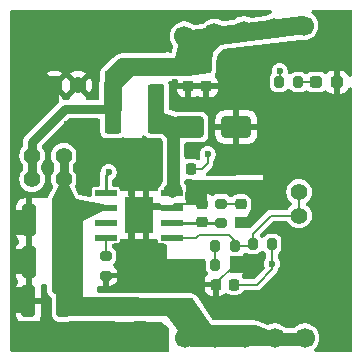
<source format=gbr>
%TF.GenerationSoftware,KiCad,Pcbnew,9.0.2*%
%TF.CreationDate,2025-06-04T19:52:49+07:00*%
%TF.ProjectId,Power Delivery Management_3.3V,506f7765-7220-4446-956c-697665727920,rev?*%
%TF.SameCoordinates,Original*%
%TF.FileFunction,Copper,L1,Top*%
%TF.FilePolarity,Positive*%
%FSLAX46Y46*%
G04 Gerber Fmt 4.6, Leading zero omitted, Abs format (unit mm)*
G04 Created by KiCad (PCBNEW 9.0.2) date 2025-06-04 19:52:49*
%MOMM*%
%LPD*%
G01*
G04 APERTURE LIST*
G04 Aperture macros list*
%AMRoundRect*
0 Rectangle with rounded corners*
0 $1 Rounding radius*
0 $2 $3 $4 $5 $6 $7 $8 $9 X,Y pos of 4 corners*
0 Add a 4 corners polygon primitive as box body*
4,1,4,$2,$3,$4,$5,$6,$7,$8,$9,$2,$3,0*
0 Add four circle primitives for the rounded corners*
1,1,$1+$1,$2,$3*
1,1,$1+$1,$4,$5*
1,1,$1+$1,$6,$7*
1,1,$1+$1,$8,$9*
0 Add four rect primitives between the rounded corners*
20,1,$1+$1,$2,$3,$4,$5,0*
20,1,$1+$1,$4,$5,$6,$7,0*
20,1,$1+$1,$6,$7,$8,$9,0*
20,1,$1+$1,$8,$9,$2,$3,0*%
%AMRotRect*
0 Rectangle, with rotation*
0 The origin of the aperture is its center*
0 $1 length*
0 $2 width*
0 $3 Rotation angle, in degrees counterclockwise*
0 Add horizontal line*
21,1,$1,$2,0,0,$3*%
G04 Aperture macros list end*
%TA.AperFunction,SMDPad,CuDef*%
%ADD10RoundRect,0.250000X0.325000X1.100000X-0.325000X1.100000X-0.325000X-1.100000X0.325000X-1.100000X0*%
%TD*%
%TA.AperFunction,SMDPad,CuDef*%
%ADD11RoundRect,0.249999X0.450001X1.850001X-0.450001X1.850001X-0.450001X-1.850001X0.450001X-1.850001X0*%
%TD*%
%TA.AperFunction,SMDPad,CuDef*%
%ADD12RoundRect,0.200000X-0.275000X0.200000X-0.275000X-0.200000X0.275000X-0.200000X0.275000X0.200000X0*%
%TD*%
%TA.AperFunction,SMDPad,CuDef*%
%ADD13RoundRect,0.225000X0.225000X0.250000X-0.225000X0.250000X-0.225000X-0.250000X0.225000X-0.250000X0*%
%TD*%
%TA.AperFunction,SMDPad,CuDef*%
%ADD14RoundRect,0.225000X-0.250000X0.225000X-0.250000X-0.225000X0.250000X-0.225000X0.250000X0.225000X0*%
%TD*%
%TA.AperFunction,SMDPad,CuDef*%
%ADD15RoundRect,0.200000X-0.200000X-0.275000X0.200000X-0.275000X0.200000X0.275000X-0.200000X0.275000X0*%
%TD*%
%TA.AperFunction,ComponentPad*%
%ADD16C,1.400000*%
%TD*%
%TA.AperFunction,SMDPad,CuDef*%
%ADD17RoundRect,0.250000X-1.000000X-0.650000X1.000000X-0.650000X1.000000X0.650000X-1.000000X0.650000X0*%
%TD*%
%TA.AperFunction,SMDPad,CuDef*%
%ADD18RoundRect,0.225000X0.250000X-0.225000X0.250000X0.225000X-0.250000X0.225000X-0.250000X-0.225000X0*%
%TD*%
%TA.AperFunction,SMDPad,CuDef*%
%ADD19RoundRect,0.237500X0.287500X0.237500X-0.287500X0.237500X-0.287500X-0.237500X0.287500X-0.237500X0*%
%TD*%
%TA.AperFunction,SMDPad,CuDef*%
%ADD20RoundRect,0.200000X0.200000X0.275000X-0.200000X0.275000X-0.200000X-0.275000X0.200000X-0.275000X0*%
%TD*%
%TA.AperFunction,SMDPad,CuDef*%
%ADD21RoundRect,0.200000X0.275000X-0.200000X0.275000X0.200000X-0.275000X0.200000X-0.275000X-0.200000X0*%
%TD*%
%TA.AperFunction,SMDPad,CuDef*%
%ADD22R,1.910000X0.610000*%
%TD*%
%TA.AperFunction,SMDPad,CuDef*%
%ADD23R,1.205000X1.550000*%
%TD*%
%TA.AperFunction,ComponentPad*%
%ADD24RotRect,1.700000X1.700000X275.000000*%
%TD*%
%TA.AperFunction,ComponentPad*%
%ADD25C,1.700000*%
%TD*%
%TA.AperFunction,ComponentPad*%
%ADD26R,1.700000X1.700000*%
%TD*%
%TA.AperFunction,ViaPad*%
%ADD27C,0.600000*%
%TD*%
%TA.AperFunction,Conductor*%
%ADD28C,0.200000*%
%TD*%
%TA.AperFunction,Conductor*%
%ADD29C,0.800000*%
%TD*%
%TA.AperFunction,Conductor*%
%ADD30C,1.500000*%
%TD*%
%TA.AperFunction,Conductor*%
%ADD31C,0.254000*%
%TD*%
%TA.AperFunction,Conductor*%
%ADD32C,0.762000*%
%TD*%
G04 APERTURE END LIST*
D10*
%TO.P,C1,1*%
%TO.N,+12V*%
X49518013Y-58442586D03*
%TO.P,C1,2*%
%TO.N,GND*%
X46568013Y-58442586D03*
%TD*%
D11*
%TO.P,L1,1,1*%
%TO.N,PH*%
X57388571Y-49025399D03*
%TO.P,L1,2,2*%
%TO.N,3.3V*%
X53688571Y-49025399D03*
%TD*%
D10*
%TO.P,C3,1*%
%TO.N,+12V*%
X49500654Y-65307408D03*
%TO.P,C3,2*%
%TO.N,GND*%
X46550654Y-65307408D03*
%TD*%
D12*
%TO.P,R7,1*%
%TO.N,Net-(U1-SS)*%
X53086000Y-61468000D03*
%TO.P,R7,2*%
%TO.N,GND*%
X53086000Y-63118000D03*
%TD*%
D13*
%TO.P,C10,1*%
%TO.N,3.3V*%
X63955161Y-63881000D03*
%TO.P,C10,2*%
%TO.N,GND*%
X62405161Y-63881000D03*
%TD*%
D14*
%TO.P,C9,1*%
%TO.N,3.3V*%
X60071000Y-45527851D03*
%TO.P,C9,2*%
%TO.N,GND*%
X60071000Y-47077851D03*
%TD*%
%TO.P,C6,1*%
%TO.N,Net-(C6-Pad1)*%
X64527249Y-57085692D03*
%TO.P,C6,2*%
%TO.N,GND*%
X64527249Y-58635692D03*
%TD*%
D15*
%TO.P,R3,1*%
%TO.N,Net-(R2-Pad1)*%
X62358000Y-60579000D03*
%TO.P,R3,2*%
%TO.N,VSENSE*%
X64008000Y-60579000D03*
%TD*%
D16*
%TO.P,GND1,1,1*%
%TO.N,GND*%
X50749200Y-46990000D03*
X48749200Y-46990000D03*
%TD*%
D17*
%TO.P,D1,1,K*%
%TO.N,PH*%
X60135000Y-50546000D03*
%TO.P,D1,2,A*%
%TO.N,GND*%
X64135000Y-50546000D03*
%TD*%
D16*
%TO.P,3.3,1,1*%
%TO.N,3.3V*%
X46863000Y-54959000D03*
X46863000Y-52959000D03*
%TD*%
D15*
%TO.P,R2,1*%
%TO.N,Net-(R2-Pad1)*%
X62355532Y-62190349D03*
%TO.P,R2,2*%
%TO.N,GND*%
X64005532Y-62190349D03*
%TD*%
D10*
%TO.P,C2,1*%
%TO.N,+12V*%
X49530000Y-61976000D03*
%TO.P,C2,2*%
%TO.N,GND*%
X46580000Y-61976000D03*
%TD*%
D18*
%TO.P,C5,1*%
%TO.N,COMP*%
X61217862Y-58620581D03*
%TO.P,C5,2*%
%TO.N,GND*%
X61217862Y-57070581D03*
%TD*%
D19*
%TO.P,D2,1,K*%
%TO.N,GND*%
X72644000Y-46736000D03*
%TO.P,D2,2,A*%
%TO.N,Net-(D2-A)*%
X70894000Y-46736000D03*
%TD*%
D20*
%TO.P,R4,1*%
%TO.N,3.3V*%
X67182000Y-60452000D03*
%TO.P,R4,2*%
%TO.N,VSENSE*%
X65532000Y-60452000D03*
%TD*%
D21*
%TO.P,R1,1*%
%TO.N,COMP*%
X62865000Y-58673000D03*
%TO.P,R1,2*%
%TO.N,Net-(C6-Pad1)*%
X62865000Y-57023000D03*
%TD*%
D13*
%TO.P,C7,1*%
%TO.N,BOOT*%
X60280917Y-54097495D03*
%TO.P,C7,2*%
%TO.N,PH*%
X58730917Y-54097495D03*
%TD*%
D22*
%TO.P,U1,1,BOOT*%
%TO.N,BOOT*%
X53105983Y-56091194D03*
%TO.P,U1,2,Vin*%
%TO.N,+12V*%
X53105983Y-57361194D03*
%TO.P,U1,3,EN*%
%TO.N,unconnected-(U1-EN-Pad3)*%
X53105983Y-58631194D03*
%TO.P,U1,4,SS*%
%TO.N,Net-(U1-SS)*%
X53105983Y-59901194D03*
%TO.P,U1,5,VSENSE*%
%TO.N,VSENSE*%
X58665983Y-59901194D03*
%TO.P,U1,6,COMP*%
%TO.N,COMP*%
X58665983Y-58631194D03*
%TO.P,U1,7,GND*%
%TO.N,GND*%
X58665983Y-57361194D03*
%TO.P,U1,8,PH*%
%TO.N,PH*%
X58665983Y-56091194D03*
D23*
%TO.P,U1,9,Power_PAD*%
%TO.N,GND*%
X55283483Y-57221194D03*
X55283483Y-58771194D03*
X56488483Y-57221194D03*
X56488483Y-58771194D03*
%TD*%
D15*
%TO.P,R5,1*%
%TO.N,3.3V*%
X67755000Y-46736000D03*
%TO.P,R5,2*%
%TO.N,Net-(D2-A)*%
X69405000Y-46736000D03*
%TD*%
D16*
%TO.P,+12,1,1*%
%TO.N,+12V*%
X49530000Y-52975000D03*
X49530000Y-54975000D03*
%TD*%
%TO.P,SENS1,1,1*%
%TO.N,VSENSE*%
X69469000Y-56039000D03*
X69469000Y-58039000D03*
%TD*%
D14*
%TO.P,C8,1*%
%TO.N,3.3V*%
X61595000Y-45541000D03*
%TO.P,C8,2*%
%TO.N,GND*%
X61595000Y-47091000D03*
%TD*%
D24*
%TO.P,J4,1,Pin_1*%
%TO.N,GND*%
X47090827Y-43944567D03*
D25*
%TO.P,J4,2,Pin_2*%
X49621163Y-43723191D03*
%TO.P,J4,3,Pin_3*%
X52151496Y-43501816D03*
%TO.P,J4,4,Pin_4*%
X54681831Y-43280440D03*
%TO.P,J4,5,Pin_5*%
X57212165Y-43059065D03*
%TO.P,J4,6,Pin_6*%
%TO.N,3.3V*%
X59742500Y-42837689D03*
%TO.P,J4,7,Pin_7*%
X62272834Y-42616313D03*
%TO.P,J4,8,Pin_8*%
X64803169Y-42394938D03*
%TO.P,J4,9,Pin_9*%
X67333503Y-42173562D03*
%TO.P,J4,10,Pin_10*%
X69863838Y-41952187D03*
%TD*%
D26*
%TO.P,J3,1,Pin_1*%
%TO.N,GND*%
X47090827Y-68404360D03*
D25*
%TO.P,J3,2,Pin_2*%
X49630827Y-68404360D03*
%TO.P,J3,3,Pin_3*%
X52170827Y-68404360D03*
%TO.P,J3,4,Pin_4*%
X54710827Y-68404360D03*
%TO.P,J3,5,Pin_5*%
X57250827Y-68404360D03*
%TO.P,J3,6,Pin_6*%
%TO.N,+12V*%
X59790827Y-68404360D03*
%TO.P,J3,7,Pin_7*%
X62330827Y-68404360D03*
%TO.P,J3,8,Pin_8*%
X64870827Y-68404360D03*
%TO.P,J3,9,Pin_9*%
X67410827Y-68404360D03*
%TO.P,J3,10,Pin_10*%
X69950827Y-68404360D03*
%TD*%
D27*
%TO.N,3.3V*%
X61874400Y-44196000D03*
X60858400Y-44450000D03*
X67182000Y-62103000D03*
X67818000Y-45821600D03*
%TO.N,GND*%
X66040000Y-62230000D03*
X65024000Y-48260000D03*
X65786000Y-46228000D03*
X69291200Y-48107600D03*
X70739000Y-60960000D03*
X54737000Y-54356000D03*
X57404000Y-55118000D03*
X56642000Y-55118000D03*
X55826929Y-52029853D03*
X56261000Y-54356000D03*
X68199000Y-62738000D03*
X56488483Y-57221194D03*
X45339000Y-58547000D03*
X55880000Y-53721000D03*
X55118000Y-55118000D03*
X45339000Y-64389000D03*
X56682342Y-52019160D03*
X71534522Y-62273205D03*
X51308000Y-50292000D03*
X60960000Y-48260000D03*
X68529200Y-48107600D03*
X71374000Y-60325000D03*
X66294000Y-49149000D03*
X66675000Y-55499000D03*
X56642000Y-53721000D03*
X45339000Y-65913000D03*
X73406000Y-57912000D03*
X55118000Y-53721000D03*
X62992000Y-48260000D03*
X45339000Y-61849000D03*
X63246000Y-55499000D03*
X62357000Y-55499000D03*
X73398000Y-59690000D03*
X66675000Y-46228000D03*
X58928000Y-48768000D03*
X52070000Y-53594000D03*
X55880000Y-62484000D03*
X65786000Y-55499000D03*
X57023000Y-54356000D03*
X45339000Y-62611000D03*
X72126835Y-61680891D03*
X64135000Y-55499000D03*
X70866000Y-62738000D03*
X68199000Y-61341000D03*
X45339000Y-59309000D03*
X70180200Y-48107600D03*
X52070000Y-50292000D03*
X54356000Y-61087000D03*
X55253894Y-59782224D03*
X60706000Y-55499000D03*
X66040000Y-48260000D03*
X71069200Y-48107600D03*
X66294000Y-50038000D03*
X55880000Y-61087000D03*
X56495083Y-59764365D03*
X69088000Y-62738000D03*
X66294000Y-50927000D03*
X64897000Y-55499000D03*
X52070000Y-51181000D03*
X66294000Y-51816000D03*
X57404000Y-61087000D03*
X49784000Y-50292000D03*
X65405000Y-61722000D03*
X65405000Y-62865000D03*
X73414000Y-57023000D03*
X61595000Y-55499000D03*
X55880000Y-55118000D03*
X50546000Y-50292000D03*
X56497129Y-56143929D03*
X45339000Y-65151000D03*
X67564000Y-63500000D03*
X72009000Y-58801000D03*
X62992000Y-47244000D03*
X56488483Y-58771194D03*
X55118000Y-62484000D03*
X65532000Y-58420000D03*
X62992000Y-46228000D03*
X69977000Y-61341000D03*
X73406000Y-56134000D03*
X65024000Y-65024000D03*
X72009000Y-56134000D03*
X55283483Y-57221194D03*
X57023000Y-61849000D03*
X52070000Y-54356000D03*
X61976000Y-48260000D03*
X73263805Y-60462223D03*
X64897000Y-46228000D03*
X66040000Y-65024000D03*
X55499000Y-61849000D03*
X52070000Y-52832000D03*
X72009000Y-57023000D03*
X63692429Y-65247673D03*
X45339000Y-61087000D03*
X52070000Y-52070000D03*
X54737000Y-61849000D03*
X54356000Y-55118000D03*
X72009000Y-57912000D03*
X55258917Y-56126070D03*
X69977000Y-62730000D03*
X66853624Y-64348143D03*
X56642000Y-61087000D03*
X55499000Y-54356000D03*
X58928000Y-46736000D03*
X69088000Y-61341000D03*
X71988327Y-59619043D03*
X72719149Y-61061345D03*
X59944000Y-48260000D03*
X58928000Y-47752000D03*
X64008000Y-46228000D03*
X62484000Y-65278000D03*
X64008000Y-48260000D03*
X56642000Y-62484000D03*
X56261000Y-61849000D03*
X55118000Y-61087000D03*
X45339000Y-57785000D03*
X57580527Y-52008468D03*
X55283483Y-58771194D03*
X73406000Y-58801000D03*
%TO.N,BOOT*%
X61722000Y-52832000D03*
X53340000Y-54356000D03*
%TD*%
D28*
%TO.N,Net-(D2-A)*%
X69405000Y-46736000D02*
X70894000Y-46736000D01*
D29*
%TO.N,3.3V*%
X53688571Y-49025399D02*
X49653601Y-49025399D01*
D30*
X55128971Y-45485000D02*
X53688571Y-46925400D01*
D28*
X63907000Y-63881000D02*
X65889208Y-63881000D01*
X67182000Y-60452000D02*
X67182000Y-62588209D01*
X67182000Y-62588209D02*
X65964604Y-63805604D01*
D30*
X53688571Y-46925400D02*
X53688571Y-49025399D01*
D29*
X46863000Y-51816000D02*
X46863000Y-54959000D01*
D28*
X67818000Y-45821600D02*
X67818000Y-46673000D01*
X67818000Y-46673000D02*
X67755000Y-46736000D01*
D29*
X49653601Y-49025399D02*
X46863000Y-51816000D01*
D28*
X65889208Y-63881000D02*
X65964604Y-63805604D01*
D30*
X60028149Y-45485000D02*
X55128971Y-45485000D01*
D31*
%TO.N,GND*%
X58665983Y-57361194D02*
X56628483Y-57361194D01*
X56628483Y-57361194D02*
X56488483Y-57221194D01*
D28*
X62405161Y-63790720D02*
X64005532Y-62190349D01*
X62405161Y-63881000D02*
X62405161Y-63790720D01*
X58956596Y-57070581D02*
X58665983Y-57361194D01*
X61217862Y-57070581D02*
X61388581Y-57070581D01*
X61217862Y-57070581D02*
X58956596Y-57070581D01*
D29*
%TO.N,+12V*%
X49530000Y-52975000D02*
X49530000Y-54975000D01*
X69950827Y-68350369D02*
X67410827Y-68350369D01*
X49518013Y-54986987D02*
X49530000Y-54975000D01*
X49518013Y-58442586D02*
X49518013Y-54986987D01*
D28*
%TO.N,Net-(U1-SS)*%
X53105983Y-59901194D02*
X53105983Y-61448017D01*
X53105983Y-61448017D02*
X53086000Y-61468000D01*
X53105983Y-59901194D02*
X53086000Y-59921177D01*
D31*
%TO.N,COMP*%
X58665983Y-58631194D02*
X62822194Y-58631194D01*
X62822194Y-58631194D02*
X62992000Y-58801000D01*
D28*
X62914372Y-58623628D02*
X62865000Y-58673000D01*
%TO.N,Net-(C6-Pad1)*%
X64464557Y-57023000D02*
X64527249Y-57085692D01*
X62865000Y-57023000D02*
X64464557Y-57023000D01*
D32*
%TO.N,PH*%
X58665983Y-56091194D02*
X58665983Y-54610000D01*
X58665983Y-52832000D02*
X58665983Y-51316018D01*
X58665983Y-51316018D02*
X58923992Y-51058009D01*
X58665983Y-54610000D02*
X58665983Y-52832000D01*
X58665983Y-53594000D02*
X58665983Y-52832000D01*
X58665983Y-51316017D02*
X59436000Y-50546000D01*
X59436000Y-50546000D02*
X59427983Y-50546000D01*
X58665983Y-52832000D02*
X58665983Y-51316017D01*
D28*
%TO.N,BOOT*%
X61722000Y-52832000D02*
X61748000Y-52858000D01*
X60452000Y-54102000D02*
X61227000Y-54102000D01*
X61227000Y-54102000D02*
X61722000Y-53607000D01*
D31*
X53105983Y-54590017D02*
X53105983Y-56091194D01*
D28*
X61722000Y-53607000D02*
X61722000Y-52832000D01*
D31*
X53340000Y-54356000D02*
X53105983Y-54590017D01*
D28*
%TO.N,Net-(R2-Pad1)*%
X62358000Y-60579000D02*
X62358000Y-62187881D01*
X62358000Y-62187881D02*
X62355532Y-62190349D01*
%TO.N,VSENSE*%
X64008000Y-60579000D02*
X64008000Y-60198000D01*
X65611410Y-60579000D02*
X65624701Y-60565709D01*
X67056000Y-58039000D02*
X69469000Y-58039000D01*
X60748806Y-59901194D02*
X58665983Y-59901194D01*
X65532000Y-60452000D02*
X65532000Y-59563000D01*
D31*
X58665983Y-59901194D02*
X59393194Y-59901194D01*
D28*
X69469000Y-58039000D02*
X69469000Y-56039000D01*
X63500000Y-59690000D02*
X60960000Y-59690000D01*
X64008000Y-60579000D02*
X65611410Y-60579000D01*
X65532000Y-59563000D02*
X67056000Y-58039000D01*
X60960000Y-59690000D02*
X60748806Y-59901194D01*
X64008000Y-60198000D02*
X63500000Y-59690000D01*
%TD*%
%TA.AperFunction,Conductor*%
%TO.N,GND*%
G36*
X46482000Y-66294000D02*
G01*
X45085000Y-66294000D01*
X45085000Y-64065028D01*
X46482000Y-64065028D01*
X46482000Y-66294000D01*
G37*
%TD.AperFunction*%
%TD*%
%TA.AperFunction,Conductor*%
%TO.N,GND*%
G36*
X61700634Y-57302599D02*
G01*
X61518800Y-57516410D01*
X60960000Y-57516410D01*
X60745604Y-57168993D01*
X59846701Y-57170884D01*
X59843373Y-56183827D01*
X60299600Y-55727600D01*
X60604400Y-55219600D01*
X61681240Y-55217781D01*
X61700634Y-57302599D01*
G37*
%TD.AperFunction*%
%TD*%
%TA.AperFunction,Conductor*%
%TO.N,GND*%
G36*
X66386540Y-58027513D02*
G01*
X65355318Y-59058737D01*
X63996502Y-59055000D01*
X63996502Y-58166000D01*
X65024000Y-58166000D01*
X65278000Y-57658000D01*
X66386540Y-58027513D01*
G37*
%TD.AperFunction*%
%TD*%
%TA.AperFunction,Conductor*%
%TO.N,3.3V*%
G36*
X69767550Y-41177058D02*
G01*
X69839417Y-41221190D01*
X69885019Y-41292133D01*
X69890649Y-41310598D01*
X70179234Y-42464936D01*
X70180969Y-42549254D01*
X70145949Y-42625975D01*
X70081109Y-42679902D01*
X70019264Y-42698887D01*
X62800436Y-43615563D01*
X62166501Y-44259497D01*
X62166500Y-44259500D01*
X61992303Y-45827266D01*
X61964571Y-45906912D01*
X61905029Y-45966638D01*
X61829734Y-45994078D01*
X60176488Y-46221031D01*
X60093807Y-46214045D01*
X58928002Y-45847000D01*
X58928000Y-45847000D01*
X55753000Y-45847000D01*
X55046625Y-45847000D01*
X54403887Y-46312430D01*
X54403886Y-46312431D01*
X54382453Y-46934030D01*
X54360865Y-47015556D01*
X54306041Y-47079641D01*
X54228842Y-47113592D01*
X54193066Y-47117000D01*
X53199300Y-47117000D01*
X53117079Y-47098234D01*
X53051143Y-47045651D01*
X53014551Y-46969668D01*
X53009800Y-46927500D01*
X53009800Y-45916781D01*
X53028566Y-45834560D01*
X53074954Y-45773783D01*
X54251723Y-44750502D01*
X54326081Y-44710712D01*
X54376069Y-44704000D01*
X58978799Y-44704000D01*
X58978800Y-44704000D01*
X59503307Y-42545325D01*
X59540955Y-42469861D01*
X59607619Y-42418204D01*
X59664292Y-42401989D01*
X69683654Y-41168479D01*
X69767550Y-41177058D01*
G37*
%TD.AperFunction*%
%TD*%
%TA.AperFunction,Conductor*%
%TO.N,PH*%
G36*
X57968077Y-46960696D02*
G01*
X58014091Y-47013274D01*
X58025550Y-47064651D01*
X58038433Y-49382670D01*
X58038434Y-49382671D01*
X59055000Y-49657000D01*
X61229784Y-49882392D01*
X61294436Y-49908882D01*
X61334504Y-49966122D01*
X61341000Y-50005731D01*
X61341000Y-51252372D01*
X61321315Y-51319411D01*
X61268511Y-51365166D01*
X61216571Y-51376371D01*
X59362504Y-51369962D01*
X59362503Y-51369962D01*
X59374501Y-55376153D01*
X59522791Y-55723217D01*
X59531029Y-55792599D01*
X59500450Y-55855421D01*
X59440760Y-55891738D01*
X59406826Y-55895922D01*
X58511239Y-55881933D01*
X58419998Y-55880508D01*
X58417751Y-55880505D01*
X58159690Y-55880247D01*
X58092670Y-55860495D01*
X58046968Y-55807645D01*
X58037094Y-55738477D01*
X58060613Y-55681849D01*
X58293000Y-55372000D01*
X58293000Y-51467913D01*
X57710774Y-50885938D01*
X57710773Y-50885937D01*
X56927306Y-50886274D01*
X56860258Y-50866618D01*
X56814481Y-50813834D01*
X56803282Y-50764948D01*
X56723739Y-47073199D01*
X56741975Y-47005754D01*
X56793781Y-46958872D01*
X56847094Y-46946533D01*
X57900942Y-46941342D01*
X57968077Y-46960696D01*
G37*
%TD.AperFunction*%
%TD*%
%TA.AperFunction,Conductor*%
%TO.N,GND*%
G36*
X65786000Y-62738000D02*
G01*
X65659000Y-62865000D01*
X63615502Y-62865000D01*
X63615502Y-61468000D01*
X65786000Y-61468000D01*
X65786000Y-62738000D01*
G37*
%TD.AperFunction*%
%TD*%
%TA.AperFunction,Conductor*%
%TO.N,GND*%
G36*
X46482000Y-59690000D02*
G01*
X45085000Y-59690000D01*
X45085000Y-57531000D01*
X46482000Y-57531000D01*
X46482000Y-59690000D01*
G37*
%TD.AperFunction*%
%TD*%
%TA.AperFunction,Conductor*%
%TO.N,+12V*%
G36*
X49901403Y-55391685D02*
G01*
X49945273Y-55440546D01*
X50545999Y-56641999D01*
X50546000Y-56642000D01*
X52841971Y-57058433D01*
X52904421Y-57089765D01*
X52940018Y-57149887D01*
X52943826Y-57182379D01*
X52938031Y-57553276D01*
X52917301Y-57620000D01*
X52869950Y-57662022D01*
X51184780Y-58513173D01*
X51184779Y-58513174D01*
X51180556Y-64935854D01*
X51476882Y-64938671D01*
X60386396Y-65023376D01*
X60453245Y-65043697D01*
X60488391Y-65078587D01*
X61976000Y-67310000D01*
X65761470Y-67310000D01*
X65808682Y-67319339D01*
X69541003Y-68856177D01*
X69595496Y-68899903D01*
X69617699Y-68966151D01*
X69600562Y-69033886D01*
X69549524Y-69081604D01*
X69495179Y-69094828D01*
X60317669Y-69197769D01*
X60250413Y-69178838D01*
X60216260Y-69147074D01*
X58311568Y-66548000D01*
X49400000Y-66548000D01*
X49332961Y-66528315D01*
X49287206Y-66475511D01*
X49276000Y-66424000D01*
X49276000Y-65023999D01*
X48569217Y-64552811D01*
X48524356Y-64499246D01*
X48514000Y-64449637D01*
X48514000Y-56673361D01*
X48528909Y-56614410D01*
X49165138Y-55437048D01*
X49214327Y-55387428D01*
X49274229Y-55372000D01*
X49834364Y-55372000D01*
X49901403Y-55391685D01*
G37*
%TD.AperFunction*%
%TD*%
%TA.AperFunction,Conductor*%
%TO.N,GND*%
G36*
X46482000Y-62992000D02*
G01*
X45085000Y-62992000D01*
X45085000Y-60833000D01*
X46482000Y-60833000D01*
X46482000Y-62992000D01*
G37*
%TD.AperFunction*%
%TD*%
%TA.AperFunction,Conductor*%
%TO.N,GND*%
G36*
X49149000Y-46229101D02*
G01*
X49149000Y-48424790D01*
X48877215Y-48696574D01*
X44970337Y-48753976D01*
X44970337Y-46221682D01*
X49149000Y-46229101D01*
G37*
%TD.AperFunction*%
%TD*%
%TA.AperFunction,Conductor*%
%TO.N,GND*%
G36*
X58584744Y-42415673D02*
G01*
X58541324Y-42549310D01*
X58511000Y-42740768D01*
X58511000Y-42934609D01*
X58541324Y-43126067D01*
X58601222Y-43310418D01*
X58601223Y-43310421D01*
X58670663Y-43446702D01*
X58725795Y-44108297D01*
X58699450Y-44216725D01*
X57711895Y-44317500D01*
X54376069Y-44317500D01*
X54324646Y-44320937D01*
X54324640Y-44320937D01*
X54324634Y-44320938D01*
X54324627Y-44320939D01*
X54274668Y-44327646D01*
X54257959Y-44330262D01*
X54196634Y-44351560D01*
X54143726Y-44369935D01*
X54143724Y-44369935D01*
X54143721Y-44369937D01*
X54069366Y-44409726D01*
X53998103Y-44458851D01*
X53998102Y-44458851D01*
X53688511Y-44728062D01*
X45222081Y-45592010D01*
X44970337Y-42445212D01*
X44970337Y-42289992D01*
X58482353Y-41186972D01*
X58584744Y-42415673D01*
G37*
%TD.AperFunction*%
%TD*%
%TA.AperFunction,Conductor*%
%TO.N,GND*%
G36*
X48963591Y-67003408D02*
G01*
X49076080Y-67036090D01*
X49111884Y-67038908D01*
X49111890Y-67038908D01*
X49889418Y-67038908D01*
X49889424Y-67038908D01*
X49925228Y-67036090D01*
X50033238Y-67004710D01*
X57773794Y-67014123D01*
X58422778Y-67546622D01*
X58434993Y-69488052D01*
X58416157Y-69552203D01*
X58363353Y-69597958D01*
X58311842Y-69609164D01*
X45340509Y-69609164D01*
X45366837Y-66999036D01*
X48963591Y-67003408D01*
G37*
%TD.AperFunction*%
%TD*%
%TA.AperFunction,Conductor*%
%TO.N,GND*%
G36*
X73777881Y-40612568D02*
G01*
X73784225Y-40613572D01*
X73796909Y-40615582D01*
X73853304Y-40633907D01*
X73857423Y-40636006D01*
X73869249Y-40644598D01*
X73875179Y-40646977D01*
X73880431Y-40652723D01*
X73905380Y-40670850D01*
X73908650Y-40674120D01*
X73943502Y-40722093D01*
X73945599Y-40726209D01*
X73963915Y-40782574D01*
X73966999Y-40802042D01*
X73969334Y-40831695D01*
X73969334Y-46112407D01*
X73950568Y-46194628D01*
X73897985Y-46260564D01*
X73822002Y-46297156D01*
X73737666Y-46297156D01*
X73661683Y-46260564D01*
X73609100Y-46194628D01*
X73608089Y-46192495D01*
X73604451Y-46184694D01*
X73513945Y-46037963D01*
X73392036Y-45916054D01*
X73245304Y-45825547D01*
X73081651Y-45771319D01*
X72980650Y-45761000D01*
X72894001Y-45761000D01*
X72894000Y-45761001D01*
X72894000Y-47710998D01*
X72894001Y-47710999D01*
X72980644Y-47710999D01*
X73081651Y-47700680D01*
X73081652Y-47700680D01*
X73245304Y-47646452D01*
X73392036Y-47555945D01*
X73513945Y-47434036D01*
X73604453Y-47287301D01*
X73608088Y-47279508D01*
X73659843Y-47212921D01*
X73735364Y-47175384D01*
X73819693Y-47174331D01*
X73896127Y-47209972D01*
X73949528Y-47275247D01*
X73969319Y-47357227D01*
X73969334Y-47359592D01*
X73969334Y-69336680D01*
X73969330Y-69336695D01*
X73969333Y-69382397D01*
X73969333Y-69387684D01*
X73969331Y-69387691D01*
X73967002Y-69417315D01*
X73963917Y-69436800D01*
X73945597Y-69493191D01*
X73943501Y-69497305D01*
X73925379Y-69522248D01*
X73922159Y-69529339D01*
X73917250Y-69533437D01*
X73908649Y-69545277D01*
X73905379Y-69548547D01*
X73857422Y-69583391D01*
X73853305Y-69585489D01*
X73796922Y-69603813D01*
X73777888Y-69606829D01*
X73748231Y-69609164D01*
X70945120Y-69609164D01*
X70862899Y-69590398D01*
X70796963Y-69537815D01*
X70760371Y-69461832D01*
X70760371Y-69377496D01*
X70796963Y-69301513D01*
X70811114Y-69285676D01*
X70890163Y-69206628D01*
X71004100Y-69049807D01*
X71092103Y-68877092D01*
X71152003Y-68692737D01*
X71182327Y-68501281D01*
X71182327Y-68307439D01*
X71152003Y-68115983D01*
X71152002Y-68115979D01*
X71092105Y-67931633D01*
X71092103Y-67931627D01*
X71062017Y-67872582D01*
X71004100Y-67758913D01*
X70890163Y-67602092D01*
X70753095Y-67465024D01*
X70596274Y-67351087D01*
X70498527Y-67301282D01*
X70423559Y-67263083D01*
X70423553Y-67263081D01*
X70239207Y-67203184D01*
X70047749Y-67172860D01*
X70047748Y-67172860D01*
X69853906Y-67172860D01*
X69853905Y-67172860D01*
X69662446Y-67203184D01*
X69478100Y-67263081D01*
X69478094Y-67263083D01*
X69305378Y-67351088D01*
X69148561Y-67465022D01*
X69148559Y-67465023D01*
X69148559Y-67465024D01*
X69100215Y-67513367D01*
X69028809Y-67558235D01*
X68966221Y-67568869D01*
X68395433Y-67568869D01*
X68313212Y-67550103D01*
X68261439Y-67513368D01*
X68213095Y-67465024D01*
X68056274Y-67351087D01*
X67958527Y-67301282D01*
X67883559Y-67263083D01*
X67883553Y-67263081D01*
X67699207Y-67203184D01*
X67507749Y-67172860D01*
X67507748Y-67172860D01*
X67313906Y-67172860D01*
X67313905Y-67172860D01*
X67122446Y-67203184D01*
X66938101Y-67263081D01*
X66903564Y-67280678D01*
X66821784Y-67301282D01*
X66745385Y-67287057D01*
X65955842Y-66961951D01*
X65955836Y-66961949D01*
X65955826Y-66961945D01*
X65883684Y-66940186D01*
X65836470Y-66930846D01*
X65761475Y-66923500D01*
X65761470Y-66923500D01*
X62284266Y-66923500D01*
X62202045Y-66904734D01*
X62136109Y-66852151D01*
X62126593Y-66839116D01*
X60809980Y-64864198D01*
X60803233Y-64855999D01*
X60760687Y-64804293D01*
X60725541Y-64769403D01*
X60699186Y-64747406D01*
X60674426Y-64726740D01*
X60565656Y-64673905D01*
X60498807Y-64653584D01*
X60498803Y-64653583D01*
X60498802Y-64653583D01*
X60390067Y-64636892D01*
X52545139Y-64562309D01*
X52463101Y-64542762D01*
X52397667Y-64489555D01*
X52361800Y-64413227D01*
X52357445Y-64373939D01*
X52356237Y-64168133D01*
X52364484Y-64131001D01*
X61455162Y-64131001D01*
X61455162Y-64179311D01*
X61465305Y-64278606D01*
X61518614Y-64439485D01*
X61607587Y-64583730D01*
X61727430Y-64703573D01*
X61871675Y-64792546D01*
X62032554Y-64845855D01*
X62131849Y-64855999D01*
X62155160Y-64855998D01*
X62155161Y-64855998D01*
X62155161Y-64131000D01*
X61455163Y-64131000D01*
X61455162Y-64131001D01*
X52364484Y-64131001D01*
X52374521Y-64085807D01*
X52426716Y-64019563D01*
X52502483Y-63982527D01*
X52586817Y-63982032D01*
X52602113Y-63986106D01*
X52683890Y-64011589D01*
X52683901Y-64011592D01*
X52754405Y-64017998D01*
X52754435Y-64017999D01*
X52836000Y-64017998D01*
X53336000Y-64017998D01*
X53336001Y-64017999D01*
X53417568Y-64017999D01*
X53488109Y-64011589D01*
X53488112Y-64011589D01*
X53650392Y-63961020D01*
X53650400Y-63961016D01*
X53795869Y-63873077D01*
X53795874Y-63873074D01*
X53916074Y-63752874D01*
X53916077Y-63752869D01*
X54004016Y-63607400D01*
X54004019Y-63607394D01*
X54054589Y-63445112D01*
X54054592Y-63445098D01*
X54061000Y-63374579D01*
X54061000Y-63368001D01*
X54060999Y-63368000D01*
X53336000Y-63368000D01*
X53336000Y-64017998D01*
X52836000Y-64017998D01*
X52836000Y-63307500D01*
X52840751Y-63286684D01*
X52840751Y-63265332D01*
X52850014Y-63246095D01*
X52854766Y-63225279D01*
X52868079Y-63208584D01*
X52877343Y-63189349D01*
X52894036Y-63176036D01*
X52907349Y-63159343D01*
X52926584Y-63150079D01*
X52943279Y-63136766D01*
X52964095Y-63132014D01*
X52983332Y-63122751D01*
X53025500Y-63118000D01*
X53086000Y-63118000D01*
X53086000Y-63057500D01*
X53104766Y-62975279D01*
X53157349Y-62909343D01*
X53233332Y-62872751D01*
X53275500Y-62868000D01*
X54060998Y-62868000D01*
X54060999Y-62867999D01*
X54060999Y-62861431D01*
X54054589Y-62790890D01*
X54054589Y-62790887D01*
X54004020Y-62628607D01*
X54004016Y-62628599D01*
X53916077Y-62483130D01*
X53916074Y-62483126D01*
X53795870Y-62362922D01*
X53795852Y-62362908D01*
X53795834Y-62362886D01*
X53787768Y-62354820D01*
X53788606Y-62353981D01*
X53742702Y-62297428D01*
X53723226Y-62215373D01*
X53741282Y-62132993D01*
X53769159Y-62093345D01*
X53768170Y-62092586D01*
X53868937Y-61961262D01*
X53868939Y-61961258D01*
X53877600Y-61940349D01*
X53927533Y-61819802D01*
X53942500Y-61706116D01*
X53942500Y-61229884D01*
X53927533Y-61116198D01*
X53868939Y-60974741D01*
X53868937Y-60974737D01*
X53775734Y-60853272D01*
X53775730Y-60853268D01*
X53661623Y-60765711D01*
X53660465Y-60764313D01*
X53658832Y-60763527D01*
X53633613Y-60731904D01*
X53607817Y-60700769D01*
X53607380Y-60699010D01*
X53606249Y-60697591D01*
X53597247Y-60658152D01*
X53587516Y-60618914D01*
X53587483Y-60615370D01*
X53587483Y-60596194D01*
X53606249Y-60513973D01*
X53658832Y-60448037D01*
X53734815Y-60411445D01*
X53776983Y-60406694D01*
X54080731Y-60406694D01*
X54139214Y-60395061D01*
X54205535Y-60350746D01*
X54249850Y-60284425D01*
X54261483Y-60225942D01*
X54261483Y-60196308D01*
X54280249Y-60114087D01*
X54332832Y-60048151D01*
X54408815Y-60011559D01*
X54493151Y-60011559D01*
X54517206Y-60018756D01*
X54573606Y-60039792D01*
X54633143Y-60046193D01*
X54633160Y-60046194D01*
X55033482Y-60046194D01*
X55033483Y-60046193D01*
X55033483Y-55946195D01*
X55533483Y-55946195D01*
X55533483Y-60046193D01*
X55533484Y-60046194D01*
X56238482Y-60046194D01*
X56238483Y-60046193D01*
X56238483Y-55946195D01*
X56238482Y-55946194D01*
X55533484Y-55946194D01*
X55533483Y-55946195D01*
X55033483Y-55946195D01*
X55033482Y-55946194D01*
X54633143Y-55946194D01*
X54573606Y-55952595D01*
X54517204Y-55973632D01*
X54433608Y-55984781D01*
X54353454Y-55958555D01*
X54292617Y-55900149D01*
X54263146Y-55821130D01*
X54261483Y-55796079D01*
X54261483Y-55766446D01*
X54249850Y-55707963D01*
X54205536Y-55641643D01*
X54205533Y-55641640D01*
X54139213Y-55597326D01*
X54080731Y-55585694D01*
X53803983Y-55585694D01*
X53783167Y-55580943D01*
X53761815Y-55580943D01*
X53742578Y-55571679D01*
X53721762Y-55566928D01*
X53705067Y-55553614D01*
X53685832Y-55544351D01*
X53672519Y-55527657D01*
X53655826Y-55514345D01*
X53646562Y-55495109D01*
X53633249Y-55478415D01*
X53628497Y-55457598D01*
X53619234Y-55438362D01*
X53614483Y-55396194D01*
X53614483Y-55093518D01*
X53633249Y-55011297D01*
X53685832Y-54945361D01*
X53698690Y-54935962D01*
X53774431Y-54885355D01*
X53869355Y-54790431D01*
X53943937Y-54678811D01*
X53943938Y-54678808D01*
X53943940Y-54678805D01*
X53995307Y-54554793D01*
X53995306Y-54554793D01*
X53995310Y-54554786D01*
X54021500Y-54423122D01*
X54021500Y-54288878D01*
X53995310Y-54157214D01*
X53995307Y-54157206D01*
X53943940Y-54033194D01*
X53943936Y-54033187D01*
X53869354Y-53921568D01*
X53774431Y-53826645D01*
X53662812Y-53752063D01*
X53662805Y-53752059D01*
X53538793Y-53700692D01*
X53538788Y-53700691D01*
X53538786Y-53700690D01*
X53407122Y-53674500D01*
X53272878Y-53674500D01*
X53141214Y-53700690D01*
X53141212Y-53700690D01*
X53141206Y-53700692D01*
X53017194Y-53752059D01*
X53017187Y-53752063D01*
X52905568Y-53826645D01*
X52810645Y-53921568D01*
X52736063Y-54033187D01*
X52736059Y-54033194D01*
X52684692Y-54157206D01*
X52684690Y-54157212D01*
X52684690Y-54157214D01*
X52663572Y-54263380D01*
X52658500Y-54288880D01*
X52658500Y-54297301D01*
X52639734Y-54379522D01*
X52633113Y-54392048D01*
X52632140Y-54393732D01*
X52632136Y-54393740D01*
X52597483Y-54523071D01*
X52597483Y-55396194D01*
X52578717Y-55478415D01*
X52526134Y-55544351D01*
X52450151Y-55580943D01*
X52407983Y-55585694D01*
X52131235Y-55585694D01*
X52072752Y-55597326D01*
X52006432Y-55641640D01*
X52006429Y-55641643D01*
X51962115Y-55707963D01*
X51950483Y-55766446D01*
X51950483Y-56276970D01*
X51931717Y-56359191D01*
X51879134Y-56425127D01*
X51803151Y-56461719D01*
X51727164Y-56463428D01*
X50898503Y-56313129D01*
X50820951Y-56279990D01*
X50765458Y-56216485D01*
X50762841Y-56211444D01*
X50484157Y-55654075D01*
X50464172Y-55572142D01*
X50481715Y-55489651D01*
X50484805Y-55483297D01*
X50532265Y-55390152D01*
X50584870Y-55228252D01*
X50611500Y-55060116D01*
X50611500Y-54889884D01*
X50610123Y-54881193D01*
X50595748Y-54790431D01*
X50584870Y-54721748D01*
X50532265Y-54559848D01*
X50462600Y-54423122D01*
X50454983Y-54408172D01*
X50454981Y-54408170D01*
X50453264Y-54405807D01*
X50354922Y-54270450D01*
X50354920Y-54270448D01*
X50350545Y-54264426D01*
X50351983Y-54263380D01*
X50345535Y-54251067D01*
X50330266Y-54231920D01*
X50326215Y-54214174D01*
X50317772Y-54198050D01*
X50311500Y-54149699D01*
X50311500Y-53800300D01*
X50330266Y-53718079D01*
X50351168Y-53686027D01*
X50350545Y-53685574D01*
X50361576Y-53670391D01*
X50454982Y-53541829D01*
X50532265Y-53390152D01*
X50584870Y-53228252D01*
X50611500Y-53060116D01*
X50611500Y-52889884D01*
X50584870Y-52721748D01*
X50532265Y-52559848D01*
X50454982Y-52408171D01*
X50354922Y-52270450D01*
X50234550Y-52150078D01*
X50096829Y-52050018D01*
X50096827Y-52050016D01*
X49945156Y-51972737D01*
X49945155Y-51972736D01*
X49945152Y-51972735D01*
X49830568Y-51935504D01*
X49783253Y-51920130D01*
X49615116Y-51893500D01*
X49444884Y-51893500D01*
X49276746Y-51920130D01*
X49114848Y-51972735D01*
X49114843Y-51972737D01*
X48963172Y-52050016D01*
X48963170Y-52050018D01*
X48825450Y-52150078D01*
X48825447Y-52150080D01*
X48705080Y-52270447D01*
X48705078Y-52270450D01*
X48605018Y-52408170D01*
X48605016Y-52408172D01*
X48527737Y-52559843D01*
X48527735Y-52559848D01*
X48475130Y-52721746D01*
X48448500Y-52889883D01*
X48448500Y-53060116D01*
X48475130Y-53228253D01*
X48527735Y-53390151D01*
X48527737Y-53390156D01*
X48605016Y-53541827D01*
X48605018Y-53541829D01*
X48693453Y-53663550D01*
X48709455Y-53685574D01*
X48708012Y-53686621D01*
X48714456Y-53698921D01*
X48729734Y-53718079D01*
X48733781Y-53735811D01*
X48742221Y-53751922D01*
X48748500Y-53800300D01*
X48748500Y-54149699D01*
X48729734Y-54231920D01*
X48708833Y-54263974D01*
X48709455Y-54264426D01*
X48605018Y-54408170D01*
X48605016Y-54408172D01*
X48527737Y-54559843D01*
X48527735Y-54559848D01*
X48475130Y-54721746D01*
X48448500Y-54889883D01*
X48448500Y-55060116D01*
X48475130Y-55228253D01*
X48527735Y-55390151D01*
X48527737Y-55390156D01*
X48591008Y-55514333D01*
X48611614Y-55596113D01*
X48594697Y-55678734D01*
X48588877Y-55690454D01*
X48188884Y-56430655D01*
X48188880Y-56430663D01*
X48171511Y-56475237D01*
X48124172Y-56545033D01*
X48051237Y-56587377D01*
X47994386Y-56595931D01*
X47050511Y-56593159D01*
X47050417Y-56593159D01*
X47050115Y-56593158D01*
X46955799Y-56592800D01*
X46955805Y-56592783D01*
X46955376Y-56592783D01*
X46955375Y-56592798D01*
X46950964Y-56592782D01*
X46950880Y-56592762D01*
X46943931Y-56592586D01*
X46818014Y-56592586D01*
X46818013Y-56592587D01*
X46818013Y-59956238D01*
X46819366Y-59958392D01*
X46830000Y-60020980D01*
X46830000Y-63913661D01*
X46811234Y-63995882D01*
X46800654Y-64010793D01*
X46800654Y-65057407D01*
X46800655Y-65057408D01*
X47625652Y-65057408D01*
X47625653Y-65057407D01*
X47625653Y-64157432D01*
X47615158Y-64054705D01*
X47614903Y-64053510D01*
X47614918Y-64052354D01*
X47614108Y-64044419D01*
X47615027Y-64044325D01*
X47615458Y-64012599D01*
X47615458Y-63971685D01*
X47616029Y-63970499D01*
X47616047Y-63969182D01*
X47634302Y-63932554D01*
X47652050Y-63895702D01*
X47653079Y-63894881D01*
X47653667Y-63893702D01*
X47685995Y-63868631D01*
X47717986Y-63843119D01*
X47719270Y-63842825D01*
X47720311Y-63842019D01*
X47800207Y-63824353D01*
X47938000Y-63824353D01*
X48020221Y-63843119D01*
X48086157Y-63895702D01*
X48122749Y-63971685D01*
X48127500Y-64013853D01*
X48127500Y-64449637D01*
X48131622Y-64489555D01*
X48135656Y-64528619D01*
X48146013Y-64578233D01*
X48163801Y-64636893D01*
X48165864Y-64643696D01*
X48228047Y-64747406D01*
X48272908Y-64800971D01*
X48354826Y-64874399D01*
X48459770Y-64944361D01*
X48517771Y-65005581D01*
X48543467Y-65085907D01*
X48544154Y-65102034D01*
X48544154Y-66471178D01*
X48546972Y-66506982D01*
X48562407Y-66560111D01*
X48591487Y-66660202D01*
X48653687Y-66765378D01*
X48672705Y-66797535D01*
X48785527Y-66910357D01*
X48785529Y-66910358D01*
X48785531Y-66910360D01*
X48870656Y-66960702D01*
X48915667Y-67003351D01*
X47572638Y-67001718D01*
X47549181Y-66983011D01*
X47512589Y-66907028D01*
X47512589Y-66822692D01*
X47536051Y-66765378D01*
X47560010Y-66726532D01*
X47560013Y-66726527D01*
X47615158Y-66560111D01*
X47615159Y-66560106D01*
X47625653Y-66457390D01*
X47625654Y-66457377D01*
X47625654Y-65557409D01*
X47625653Y-65557408D01*
X46482000Y-65557408D01*
X46482000Y-64065028D01*
X46300654Y-64065028D01*
X46300654Y-63369747D01*
X46319420Y-63287526D01*
X46330000Y-63272614D01*
X46330000Y-62992000D01*
X46482000Y-62992000D01*
X46482000Y-60833000D01*
X46330000Y-60833000D01*
X46330000Y-60462347D01*
X46328647Y-60460194D01*
X46318013Y-60397606D01*
X46318013Y-59690000D01*
X46482000Y-59690000D01*
X46482000Y-57531000D01*
X46318013Y-57531000D01*
X46318013Y-56592585D01*
X46193037Y-56592586D01*
X46090316Y-56603080D01*
X46090310Y-56603081D01*
X45923893Y-56658226D01*
X45923888Y-56658229D01*
X45774673Y-56750265D01*
X45650692Y-56874246D01*
X45558656Y-57023461D01*
X45558653Y-57023466D01*
X45503508Y-57189882D01*
X45503507Y-57189887D01*
X45493013Y-57292603D01*
X45493013Y-57531000D01*
X45085000Y-57531000D01*
X45085000Y-59690000D01*
X45502967Y-59690000D01*
X45503507Y-59695282D01*
X45503508Y-59695288D01*
X45558653Y-59861705D01*
X45558656Y-59861710D01*
X45650692Y-60010925D01*
X45721056Y-60081289D01*
X45765925Y-60152698D01*
X45775367Y-60236503D01*
X45747513Y-60316106D01*
X45721057Y-60349282D01*
X45662679Y-60407660D01*
X45570643Y-60556875D01*
X45570640Y-60556880D01*
X45515495Y-60723296D01*
X45515494Y-60723301D01*
X45505000Y-60826017D01*
X45505000Y-60833000D01*
X45085000Y-60833000D01*
X45085000Y-62992000D01*
X45505001Y-62992000D01*
X45505001Y-63125975D01*
X45515494Y-63228696D01*
X45515495Y-63228702D01*
X45570640Y-63395119D01*
X45570643Y-63395124D01*
X45647635Y-63519949D01*
X45674826Y-63599781D01*
X45664687Y-63683504D01*
X45639069Y-63729631D01*
X45639131Y-63729669D01*
X45638303Y-63731010D01*
X45635000Y-63736959D01*
X45633337Y-63739061D01*
X45541297Y-63888283D01*
X45541294Y-63888288D01*
X45486149Y-64054704D01*
X45486148Y-64054709D01*
X45485094Y-64065028D01*
X45085000Y-64065028D01*
X45085000Y-66294000D01*
X45475655Y-66294000D01*
X45475655Y-66457383D01*
X45486148Y-66560104D01*
X45486149Y-66560110D01*
X45541294Y-66726527D01*
X45541297Y-66726532D01*
X45633333Y-66875747D01*
X45757096Y-66999510D01*
X45366837Y-66999036D01*
X45340510Y-69609164D01*
X45255197Y-69609164D01*
X45255120Y-69609159D01*
X45191826Y-69609163D01*
X45162178Y-69606831D01*
X45142720Y-69603750D01*
X45086327Y-69585428D01*
X45082226Y-69583339D01*
X45034241Y-69548470D01*
X45030991Y-69545219D01*
X45022400Y-69533393D01*
X45017488Y-69529292D01*
X45014261Y-69522188D01*
X44996161Y-69497271D01*
X44994070Y-69493167D01*
X44975749Y-69436776D01*
X44972667Y-69417311D01*
X44970337Y-69387685D01*
X44970337Y-69353107D01*
X44970338Y-69336695D01*
X44970337Y-69336691D01*
X44970337Y-48753976D01*
X48877216Y-48696574D01*
X46255969Y-51317822D01*
X46177672Y-51435002D01*
X46170448Y-51445813D01*
X46170441Y-51445826D01*
X46111532Y-51588045D01*
X46081500Y-51739029D01*
X46081500Y-52133699D01*
X46062734Y-52215920D01*
X46041833Y-52247974D01*
X46042455Y-52248426D01*
X45938018Y-52392170D01*
X45938016Y-52392172D01*
X45860737Y-52543843D01*
X45860735Y-52543848D01*
X45808130Y-52705746D01*
X45781500Y-52873883D01*
X45781500Y-53044116D01*
X45808130Y-53212253D01*
X45825734Y-53266431D01*
X45839996Y-53310326D01*
X45860735Y-53374151D01*
X45860737Y-53374156D01*
X45938016Y-53525827D01*
X45938018Y-53525829D01*
X46042455Y-53669574D01*
X46041012Y-53670621D01*
X46047456Y-53682921D01*
X46062734Y-53702079D01*
X46066781Y-53719811D01*
X46075221Y-53735922D01*
X46081500Y-53784300D01*
X46081500Y-54133699D01*
X46062734Y-54215920D01*
X46041833Y-54247974D01*
X46042455Y-54248426D01*
X46038078Y-54254449D01*
X46038078Y-54254450D01*
X46030830Y-54264426D01*
X45938018Y-54392170D01*
X45938016Y-54392172D01*
X45860737Y-54543843D01*
X45860735Y-54543848D01*
X45808130Y-54705746D01*
X45781500Y-54873883D01*
X45781500Y-55044116D01*
X45808130Y-55212253D01*
X45860735Y-55374151D01*
X45860737Y-55374156D01*
X45938016Y-55525827D01*
X45938018Y-55525829D01*
X46038078Y-55663550D01*
X46158450Y-55783922D01*
X46296170Y-55883981D01*
X46296172Y-55883983D01*
X46375071Y-55924183D01*
X46447848Y-55961265D01*
X46609748Y-56013870D01*
X46777884Y-56040500D01*
X46948116Y-56040500D01*
X47116252Y-56013870D01*
X47278152Y-55961265D01*
X47429829Y-55883982D01*
X47567550Y-55783922D01*
X47687922Y-55663550D01*
X47787982Y-55525829D01*
X47865265Y-55374152D01*
X47917870Y-55212252D01*
X47944500Y-55044116D01*
X47944500Y-54873884D01*
X47917870Y-54705748D01*
X47865265Y-54543848D01*
X47807533Y-54430542D01*
X47787983Y-54392172D01*
X47787981Y-54392170D01*
X47687922Y-54254450D01*
X47687920Y-54254448D01*
X47683545Y-54248426D01*
X47684983Y-54247380D01*
X47678535Y-54235067D01*
X47663266Y-54215920D01*
X47659215Y-54198174D01*
X47650772Y-54182050D01*
X47644500Y-54133699D01*
X47644500Y-53784300D01*
X47663266Y-53702079D01*
X47684168Y-53670027D01*
X47683545Y-53669574D01*
X47687922Y-53663550D01*
X47787982Y-53525829D01*
X47865265Y-53374152D01*
X47917870Y-53212252D01*
X47944500Y-53044116D01*
X47944500Y-52873884D01*
X47917870Y-52705748D01*
X47865265Y-52543848D01*
X47796135Y-52408172D01*
X47787983Y-52392172D01*
X47787981Y-52392170D01*
X47716497Y-52293780D01*
X47683351Y-52216231D01*
X47687135Y-52131981D01*
X47727099Y-52057715D01*
X47735794Y-52048413D01*
X49921806Y-49862402D01*
X49993215Y-49817533D01*
X50055803Y-49806899D01*
X52417571Y-49806899D01*
X52499792Y-49825665D01*
X52565728Y-49878248D01*
X52602320Y-49954231D01*
X52607071Y-49996399D01*
X52607071Y-50939167D01*
X52609889Y-50974974D01*
X52654402Y-51128190D01*
X52724059Y-51245975D01*
X52735622Y-51265526D01*
X52848444Y-51378348D01*
X52985778Y-51459567D01*
X53138997Y-51504081D01*
X53174801Y-51506899D01*
X53174802Y-51506899D01*
X54202340Y-51506899D01*
X54202341Y-51506899D01*
X54238145Y-51504081D01*
X54391364Y-51459567D01*
X54483483Y-51405087D01*
X54563807Y-51379387D01*
X54647328Y-51391082D01*
X54712591Y-51432862D01*
X54741687Y-51461379D01*
X56134000Y-51435000D01*
X56133829Y-51424196D01*
X56151293Y-51341691D01*
X56202826Y-51274931D01*
X56278222Y-51237143D01*
X56362547Y-51235810D01*
X56439099Y-51271196D01*
X56457293Y-51287197D01*
X56548444Y-51378348D01*
X56685778Y-51459567D01*
X56838997Y-51504081D01*
X56874801Y-51506899D01*
X57706822Y-51506899D01*
X57737793Y-51513967D01*
X57769360Y-51517516D01*
X57778507Y-51523260D01*
X57789043Y-51525665D01*
X57840781Y-51562365D01*
X57847942Y-51569522D01*
X57892831Y-51640918D01*
X57903483Y-51703556D01*
X57903483Y-53764439D01*
X57901862Y-53789175D01*
X57899417Y-53807745D01*
X57899417Y-54387241D01*
X57899418Y-54387245D01*
X57901862Y-54405807D01*
X57903483Y-54430542D01*
X57903483Y-55184021D01*
X57900187Y-55198458D01*
X57901218Y-55213230D01*
X57891625Y-55235974D01*
X57884717Y-55266242D01*
X57870003Y-55291576D01*
X57867852Y-55294696D01*
X57751413Y-55449949D01*
X57706159Y-55529247D01*
X57701586Y-55535882D01*
X57676313Y-55559089D01*
X57653099Y-55584362D01*
X57648028Y-55587119D01*
X57639810Y-55592610D01*
X57639468Y-55592925D01*
X57639233Y-55592995D01*
X57566430Y-55641642D01*
X57566429Y-55641643D01*
X57522115Y-55707963D01*
X57510483Y-55766446D01*
X57510483Y-55796079D01*
X57491717Y-55878300D01*
X57439134Y-55944236D01*
X57363151Y-55980828D01*
X57278815Y-55980828D01*
X57254762Y-55973632D01*
X57198359Y-55952595D01*
X57138822Y-55946194D01*
X56738484Y-55946194D01*
X56738483Y-55946195D01*
X56738483Y-56971193D01*
X56738484Y-56971194D01*
X57596983Y-56971194D01*
X57679204Y-56989960D01*
X57745140Y-57042543D01*
X57770506Y-57095216D01*
X57786484Y-57111194D01*
X58476483Y-57111194D01*
X58497299Y-57115945D01*
X58518651Y-57115945D01*
X58537887Y-57125208D01*
X58558704Y-57129960D01*
X58575398Y-57143273D01*
X58594634Y-57152537D01*
X58607946Y-57169230D01*
X58624640Y-57182543D01*
X58633903Y-57201778D01*
X58647217Y-57218473D01*
X58651968Y-57239289D01*
X58661232Y-57258526D01*
X58665983Y-57300694D01*
X58665983Y-57421694D01*
X58647217Y-57503915D01*
X58594634Y-57569851D01*
X58518651Y-57606443D01*
X58476483Y-57611194D01*
X57204983Y-57611194D01*
X57122762Y-57592428D01*
X57056826Y-57539845D01*
X57031459Y-57487171D01*
X57015482Y-57471194D01*
X56738484Y-57471194D01*
X56738483Y-57471195D01*
X56738483Y-60046193D01*
X56738484Y-60046194D01*
X57138806Y-60046194D01*
X57138822Y-60046193D01*
X57198359Y-60039792D01*
X57254760Y-60018756D01*
X57338355Y-60007606D01*
X57418509Y-60033831D01*
X57479348Y-60092236D01*
X57508820Y-60171254D01*
X57510483Y-60196308D01*
X57510483Y-60225941D01*
X57522115Y-60284424D01*
X57566429Y-60350744D01*
X57566431Y-60350746D01*
X57632752Y-60395061D01*
X57691235Y-60406694D01*
X58065994Y-60406694D01*
X58148215Y-60425460D01*
X58214151Y-60478043D01*
X58250743Y-60554026D01*
X58255489Y-60597392D01*
X58254634Y-60732401D01*
X58248420Y-61712992D01*
X58248421Y-61712991D01*
X58248421Y-61712993D01*
X61383970Y-61703665D01*
X61466245Y-61722187D01*
X61532337Y-61774572D01*
X61569155Y-61850447D01*
X61574032Y-61893164D01*
X61574032Y-62503468D01*
X61588998Y-62617149D01*
X61645995Y-62754749D01*
X61647593Y-62758608D01*
X61672364Y-62790890D01*
X61711261Y-62841583D01*
X61746424Y-62918238D01*
X61744847Y-63002559D01*
X61706840Y-63077844D01*
X61694917Y-63090937D01*
X61607588Y-63178266D01*
X61518614Y-63322514D01*
X61465305Y-63483393D01*
X61455161Y-63582681D01*
X61455161Y-63630999D01*
X61455162Y-63631000D01*
X62215661Y-63631000D01*
X62236477Y-63635751D01*
X62257829Y-63635751D01*
X62277065Y-63645014D01*
X62297882Y-63649766D01*
X62314576Y-63663079D01*
X62333812Y-63672343D01*
X62347124Y-63689036D01*
X62363818Y-63702349D01*
X62373081Y-63721584D01*
X62386395Y-63738279D01*
X62391146Y-63759095D01*
X62400410Y-63778332D01*
X62405161Y-63820500D01*
X62405161Y-63881000D01*
X62465661Y-63881000D01*
X62547882Y-63899766D01*
X62613818Y-63952349D01*
X62650410Y-64028332D01*
X62655161Y-64070500D01*
X62655161Y-64855998D01*
X62655162Y-64855999D01*
X62678473Y-64855999D01*
X62777767Y-64845855D01*
X62938646Y-64792546D01*
X63082890Y-64703574D01*
X63137822Y-64648642D01*
X63209231Y-64603773D01*
X63293036Y-64594329D01*
X63372639Y-64622183D01*
X63387175Y-64632294D01*
X63424294Y-64660776D01*
X63571833Y-64721889D01*
X63690412Y-64737500D01*
X64219909Y-64737499D01*
X64338489Y-64721889D01*
X64486028Y-64660776D01*
X64612722Y-64563561D01*
X64639535Y-64528617D01*
X64710111Y-64436641D01*
X64775052Y-64382834D01*
X64856908Y-64362533D01*
X64860452Y-64362500D01*
X65952599Y-64362500D01*
X66075060Y-64329687D01*
X66184856Y-64266296D01*
X66349900Y-64101252D01*
X66349899Y-64101252D01*
X67567296Y-62883857D01*
X67630687Y-62774062D01*
X67663500Y-62651600D01*
X67663500Y-62651599D01*
X67665121Y-62639288D01*
X67668922Y-62639788D01*
X67682266Y-62581326D01*
X67706510Y-62543335D01*
X67711348Y-62537437D01*
X67711355Y-62537431D01*
X67785937Y-62425811D01*
X67785938Y-62425808D01*
X67785940Y-62425805D01*
X67837307Y-62301793D01*
X67837306Y-62301793D01*
X67837310Y-62301786D01*
X67863500Y-62170122D01*
X67863500Y-62035878D01*
X67837310Y-61904214D01*
X67832733Y-61893164D01*
X67785940Y-61780194D01*
X67785936Y-61780187D01*
X67734805Y-61703665D01*
X67711355Y-61668569D01*
X67711353Y-61668567D01*
X67711351Y-61668564D01*
X67706506Y-61662659D01*
X67696392Y-61642386D01*
X67682266Y-61624673D01*
X67677805Y-61605129D01*
X67668857Y-61587193D01*
X67663500Y-61542452D01*
X67663500Y-61337413D01*
X67682266Y-61255192D01*
X67734849Y-61189256D01*
X67737642Y-61187071D01*
X67796731Y-61141731D01*
X67889939Y-61020259D01*
X67948533Y-60878802D01*
X67963500Y-60765116D01*
X67963500Y-60138884D01*
X67948533Y-60025198D01*
X67889939Y-59883741D01*
X67889937Y-59883737D01*
X67796734Y-59762272D01*
X67796727Y-59762265D01*
X67675262Y-59669062D01*
X67675258Y-59669060D01*
X67533800Y-59610466D01*
X67533801Y-59610466D01*
X67420119Y-59595500D01*
X67420116Y-59595500D01*
X66943884Y-59595500D01*
X66943880Y-59595500D01*
X66830199Y-59610466D01*
X66688741Y-59669060D01*
X66688737Y-59669062D01*
X66567272Y-59762265D01*
X66567268Y-59762269D01*
X66507341Y-59840369D01*
X66442400Y-59894175D01*
X66360544Y-59914476D01*
X66277987Y-59897250D01*
X66211079Y-59845911D01*
X66206658Y-59840367D01*
X66190128Y-59818824D01*
X66154964Y-59742169D01*
X66156543Y-59657848D01*
X66194550Y-59582563D01*
X66206461Y-59569481D01*
X67199941Y-58576003D01*
X67271350Y-58531134D01*
X67333938Y-58520500D01*
X68385603Y-58520500D01*
X68467824Y-58539266D01*
X68533760Y-58591849D01*
X68539441Y-58599951D01*
X68539642Y-58599806D01*
X68544017Y-58605827D01*
X68544018Y-58605829D01*
X68644078Y-58743550D01*
X68764450Y-58863922D01*
X68891105Y-58955942D01*
X68902170Y-58963981D01*
X68902172Y-58963983D01*
X68981071Y-59004183D01*
X69053848Y-59041265D01*
X69215748Y-59093870D01*
X69383884Y-59120500D01*
X69554116Y-59120500D01*
X69722252Y-59093870D01*
X69884152Y-59041265D01*
X70035829Y-58963982D01*
X70173550Y-58863922D01*
X70293922Y-58743550D01*
X70393982Y-58605829D01*
X70471265Y-58454152D01*
X70523870Y-58292252D01*
X70550500Y-58124116D01*
X70550500Y-57953884D01*
X70523870Y-57785748D01*
X70471265Y-57623848D01*
X70434183Y-57551071D01*
X70393983Y-57472172D01*
X70393981Y-57472170D01*
X70393272Y-57471194D01*
X70293922Y-57334450D01*
X70173550Y-57214078D01*
X70143585Y-57192307D01*
X70088099Y-57128798D01*
X70065663Y-57047502D01*
X70080721Y-56964522D01*
X70130292Y-56896293D01*
X70143581Y-56885695D01*
X70173550Y-56863922D01*
X70293922Y-56743550D01*
X70393982Y-56605829D01*
X70471265Y-56454152D01*
X70523870Y-56292252D01*
X70550500Y-56124116D01*
X70550500Y-55953884D01*
X70523870Y-55785748D01*
X70471265Y-55623848D01*
X70425283Y-55533603D01*
X70393983Y-55472172D01*
X70393981Y-55472170D01*
X70383394Y-55457598D01*
X70293922Y-55334450D01*
X70173550Y-55214078D01*
X70035829Y-55114018D01*
X70035827Y-55114016D01*
X69884156Y-55036737D01*
X69884155Y-55036736D01*
X69884152Y-55036735D01*
X69803202Y-55010432D01*
X69722253Y-54984130D01*
X69554116Y-54957500D01*
X69383884Y-54957500D01*
X69215746Y-54984130D01*
X69053848Y-55036735D01*
X69053843Y-55036737D01*
X68902172Y-55114016D01*
X68902170Y-55114018D01*
X68764450Y-55214078D01*
X68764447Y-55214080D01*
X68644080Y-55334447D01*
X68644078Y-55334450D01*
X68544018Y-55472170D01*
X68544016Y-55472172D01*
X68466737Y-55623843D01*
X68466735Y-55623848D01*
X68414130Y-55785746D01*
X68387500Y-55953883D01*
X68387500Y-56124116D01*
X68411709Y-56276970D01*
X68414130Y-56292252D01*
X68463146Y-56443107D01*
X68466735Y-56454151D01*
X68466737Y-56454156D01*
X68544016Y-56605827D01*
X68544018Y-56605829D01*
X68644078Y-56743550D01*
X68644080Y-56743552D01*
X68764447Y-56863919D01*
X68764455Y-56863926D01*
X68794414Y-56885693D01*
X68849901Y-56949204D01*
X68872336Y-57030500D01*
X68857277Y-57113480D01*
X68807705Y-57181708D01*
X68794414Y-57192307D01*
X68764455Y-57214073D01*
X68764447Y-57214080D01*
X68644080Y-57334447D01*
X68644078Y-57334450D01*
X68539642Y-57478194D01*
X68537658Y-57476753D01*
X68488202Y-57527323D01*
X68408914Y-57556061D01*
X68385603Y-57557500D01*
X66992609Y-57557500D01*
X66870147Y-57590313D01*
X66870142Y-57590315D01*
X66824690Y-57616558D01*
X66824689Y-57616559D01*
X66760356Y-57653701D01*
X66760352Y-57653704D01*
X66386541Y-58027513D01*
X65278000Y-57658000D01*
X65258032Y-57697934D01*
X65268433Y-57668212D01*
X65278538Y-57653683D01*
X65307025Y-57616559D01*
X65368138Y-57469020D01*
X65383749Y-57350441D01*
X65383748Y-56820944D01*
X65368138Y-56702364D01*
X65307025Y-56554825D01*
X65209810Y-56428131D01*
X65165476Y-56394112D01*
X65083115Y-56330915D01*
X64935575Y-56269802D01*
X64817000Y-56254192D01*
X64237502Y-56254192D01*
X64237493Y-56254193D01*
X64118921Y-56269802D01*
X63971385Y-56330914D01*
X63971382Y-56330915D01*
X63844685Y-56428132D01*
X63842034Y-56430784D01*
X63837598Y-56433570D01*
X63834834Y-56435692D01*
X63834634Y-56435432D01*
X63770623Y-56475650D01*
X63686817Y-56485089D01*
X63607216Y-56457231D01*
X63557701Y-56412139D01*
X63554733Y-56408271D01*
X63554727Y-56408265D01*
X63433262Y-56315062D01*
X63433258Y-56315060D01*
X63291800Y-56256466D01*
X63291801Y-56256466D01*
X63178119Y-56241500D01*
X63178116Y-56241500D01*
X62551884Y-56241500D01*
X62551880Y-56241500D01*
X62438199Y-56256466D01*
X62296741Y-56315060D01*
X62296738Y-56315062D01*
X62239542Y-56358949D01*
X62162887Y-56394112D01*
X62078566Y-56392533D01*
X62003281Y-56354525D01*
X61990188Y-56342603D01*
X61920592Y-56273007D01*
X61776347Y-56184034D01*
X61689962Y-56155409D01*
X61681240Y-55217781D01*
X60604400Y-55219600D01*
X60299600Y-55727600D01*
X59843373Y-56183827D01*
X59844709Y-56580339D01*
X59833799Y-56567485D01*
X59812526Y-56485877D01*
X59816078Y-56443111D01*
X59821483Y-56415942D01*
X59821483Y-56121201D01*
X59840249Y-56038980D01*
X59847631Y-56025147D01*
X59847959Y-56024587D01*
X59847967Y-56024577D01*
X59878546Y-55961755D01*
X59910130Y-55867861D01*
X59914833Y-55747028D01*
X59906595Y-55677646D01*
X59878208Y-55571358D01*
X59775884Y-55331877D01*
X59760647Y-55257996D01*
X59760285Y-55136957D01*
X59778805Y-55054681D01*
X59831190Y-54988588D01*
X59907064Y-54951769D01*
X59974519Y-54948512D01*
X59980229Y-54949263D01*
X60016168Y-54953995D01*
X60336501Y-54953994D01*
X60418721Y-54972760D01*
X60444428Y-54991000D01*
X60452000Y-54991000D01*
X66420999Y-54991000D01*
X66421000Y-54991000D01*
X66421000Y-54610000D01*
X66421000Y-54609999D01*
X61762303Y-54709121D01*
X61679701Y-54692108D01*
X61612662Y-54640940D01*
X61574462Y-54565752D01*
X61572668Y-54481436D01*
X61607635Y-54404691D01*
X61624261Y-54385682D01*
X62107296Y-53902648D01*
X62170687Y-53792852D01*
X62203500Y-53670391D01*
X62203500Y-53543609D01*
X62203500Y-53392547D01*
X62222266Y-53310326D01*
X62246510Y-53272335D01*
X62251348Y-53266437D01*
X62251355Y-53266431D01*
X62325937Y-53154811D01*
X62325938Y-53154808D01*
X62325940Y-53154805D01*
X62368916Y-53051050D01*
X62377310Y-53030786D01*
X62403500Y-52899122D01*
X62403500Y-52764878D01*
X62377310Y-52633214D01*
X62346919Y-52559843D01*
X62325940Y-52509194D01*
X62325936Y-52509187D01*
X62288392Y-52452998D01*
X62251355Y-52397569D01*
X62156431Y-52302645D01*
X62108248Y-52270450D01*
X62044812Y-52228063D01*
X62044805Y-52228059D01*
X61920793Y-52176692D01*
X61920788Y-52176691D01*
X61920786Y-52176690D01*
X61789122Y-52150500D01*
X61654878Y-52150500D01*
X61523214Y-52176690D01*
X61523212Y-52176690D01*
X61523206Y-52176692D01*
X61399194Y-52228059D01*
X61399187Y-52228063D01*
X61287568Y-52302645D01*
X61192645Y-52397568D01*
X61118063Y-52509187D01*
X61118059Y-52509194D01*
X61066692Y-52633206D01*
X61066690Y-52633212D01*
X61066690Y-52633214D01*
X61040500Y-52764878D01*
X61040500Y-52899122D01*
X61066690Y-53030786D01*
X61066691Y-53030791D01*
X61089385Y-53085579D01*
X61103511Y-53168723D01*
X61080163Y-53249763D01*
X61023965Y-53312646D01*
X60946049Y-53344919D01*
X60861847Y-53340189D01*
X60819558Y-53322207D01*
X60811785Y-53317719D01*
X60664243Y-53256605D01*
X60545668Y-53240995D01*
X60016170Y-53240995D01*
X60016156Y-53240996D01*
X59968295Y-53247297D01*
X59884328Y-53239422D01*
X59812093Y-53195894D01*
X59765898Y-53125336D01*
X59754065Y-53059985D01*
X59754017Y-53044116D01*
X59750944Y-52017566D01*
X59769464Y-51935291D01*
X59821849Y-51869197D01*
X59897722Y-51832378D01*
X59940443Y-51827500D01*
X61198769Y-51827500D01*
X61198770Y-51827500D01*
X61234574Y-51824682D01*
X61387792Y-51780168D01*
X61525127Y-51698949D01*
X61637949Y-51586127D01*
X61719168Y-51448792D01*
X61763682Y-51295574D01*
X61766500Y-51259770D01*
X61766500Y-50796001D01*
X62385001Y-50796001D01*
X62385001Y-51245975D01*
X62395494Y-51348696D01*
X62395495Y-51348702D01*
X62450640Y-51515119D01*
X62450643Y-51515124D01*
X62542679Y-51664339D01*
X62666660Y-51788320D01*
X62815875Y-51880356D01*
X62815880Y-51880359D01*
X62982296Y-51935504D01*
X62982301Y-51935505D01*
X63085024Y-51945999D01*
X63885000Y-51945999D01*
X63885000Y-50796001D01*
X64385000Y-50796001D01*
X64385000Y-51945998D01*
X64385001Y-51945999D01*
X65184976Y-51945999D01*
X65287696Y-51935505D01*
X65287702Y-51935504D01*
X65454119Y-51880359D01*
X65454124Y-51880356D01*
X65603339Y-51788320D01*
X65727320Y-51664339D01*
X65819356Y-51515124D01*
X65819359Y-51515119D01*
X65874504Y-51348703D01*
X65874505Y-51348698D01*
X65884999Y-51245982D01*
X65885000Y-51245969D01*
X65885000Y-50796001D01*
X65884999Y-50796000D01*
X64385001Y-50796000D01*
X64385000Y-50796001D01*
X63885000Y-50796001D01*
X63884999Y-50796000D01*
X62385002Y-50796000D01*
X62385001Y-50796001D01*
X61766500Y-50796001D01*
X61766500Y-49846017D01*
X62385000Y-49846017D01*
X62385000Y-50295999D01*
X62385001Y-50296000D01*
X63884999Y-50296000D01*
X63885000Y-50295999D01*
X63885000Y-49146001D01*
X64385000Y-49146001D01*
X64385000Y-50295999D01*
X64385001Y-50296000D01*
X65884998Y-50296000D01*
X65884999Y-50295999D01*
X65884999Y-49846024D01*
X65874505Y-49743303D01*
X65874504Y-49743297D01*
X65819359Y-49576880D01*
X65819356Y-49576875D01*
X65727320Y-49427660D01*
X65603339Y-49303679D01*
X65454124Y-49211643D01*
X65454119Y-49211640D01*
X65287703Y-49156495D01*
X65287698Y-49156494D01*
X65184982Y-49146000D01*
X64385001Y-49146000D01*
X64385000Y-49146001D01*
X63885000Y-49146001D01*
X63885000Y-49146000D01*
X63085024Y-49146000D01*
X62982303Y-49156494D01*
X62982297Y-49156495D01*
X62815880Y-49211640D01*
X62815875Y-49211643D01*
X62666660Y-49303679D01*
X62542679Y-49427660D01*
X62450643Y-49576875D01*
X62450640Y-49576880D01*
X62395495Y-49743296D01*
X62395494Y-49743301D01*
X62385000Y-49846017D01*
X61766500Y-49846017D01*
X61766500Y-49832230D01*
X61763682Y-49796426D01*
X61719168Y-49643208D01*
X61637949Y-49505873D01*
X61525127Y-49393051D01*
X61387792Y-49311832D01*
X61234574Y-49267318D01*
X61198770Y-49264500D01*
X61198769Y-49264500D01*
X59109122Y-49264500D01*
X59059750Y-49257955D01*
X58610199Y-49136639D01*
X58535707Y-49097099D01*
X58485748Y-49029154D01*
X58470071Y-48953684D01*
X58470071Y-47327852D01*
X59096001Y-47327852D01*
X59096001Y-47351162D01*
X59106144Y-47450457D01*
X59159453Y-47611336D01*
X59248426Y-47755581D01*
X59368269Y-47875424D01*
X59512514Y-47964397D01*
X59673393Y-48017706D01*
X59772687Y-48027850D01*
X59820999Y-48027849D01*
X59821000Y-48027849D01*
X59821000Y-47327852D01*
X60321000Y-47327852D01*
X60321000Y-48027849D01*
X60321001Y-48027850D01*
X60369312Y-48027850D01*
X60468606Y-48017706D01*
X60629485Y-47964397D01*
X60722857Y-47906804D01*
X60802688Y-47879612D01*
X60886412Y-47889750D01*
X60921825Y-47906804D01*
X61036514Y-47977546D01*
X61197393Y-48030855D01*
X61296687Y-48040999D01*
X61344999Y-48040998D01*
X61345000Y-48040998D01*
X61345000Y-47341001D01*
X61845000Y-47341001D01*
X61845000Y-48040998D01*
X61845001Y-48040999D01*
X61893312Y-48040999D01*
X61992606Y-48030855D01*
X62153485Y-47977546D01*
X62297730Y-47888573D01*
X62417573Y-47768730D01*
X62506546Y-47624485D01*
X62559855Y-47463606D01*
X62569999Y-47364318D01*
X62570000Y-47364305D01*
X62570000Y-47341001D01*
X62569999Y-47341000D01*
X61845001Y-47341000D01*
X61845000Y-47341001D01*
X61345000Y-47341001D01*
X61344999Y-47341000D01*
X60516142Y-47341000D01*
X60458531Y-47327851D01*
X60321001Y-47327851D01*
X60321000Y-47327852D01*
X59821000Y-47327852D01*
X59820999Y-47327851D01*
X59096002Y-47327851D01*
X59096001Y-47327852D01*
X58470071Y-47327852D01*
X58470071Y-47111630D01*
X58467931Y-47084442D01*
X58467253Y-47075825D01*
X58422739Y-46922606D01*
X58410826Y-46902461D01*
X58401899Y-46874560D01*
X58389189Y-46848168D01*
X58389189Y-46834835D01*
X58385126Y-46822137D01*
X58389189Y-46793125D01*
X58389189Y-46763832D01*
X58394973Y-46751819D01*
X58396823Y-46738617D01*
X58413070Y-46714242D01*
X58425781Y-46687849D01*
X58436204Y-46679536D01*
X58443599Y-46668443D01*
X58468812Y-46653532D01*
X58491717Y-46635266D01*
X58504716Y-46632299D01*
X58516191Y-46625513D01*
X58573938Y-46616500D01*
X58906500Y-46616500D01*
X58988721Y-46635266D01*
X59054657Y-46687849D01*
X59091249Y-46763832D01*
X59096000Y-46806000D01*
X59096000Y-46827850D01*
X59096001Y-46827851D01*
X61149858Y-46827851D01*
X61207469Y-46841000D01*
X62569998Y-46841000D01*
X62569999Y-46840999D01*
X62569999Y-46817688D01*
X62559855Y-46718393D01*
X62506546Y-46557515D01*
X62485795Y-46523872D01*
X62409298Y-46422880D01*
X66973500Y-46422880D01*
X66973500Y-47049119D01*
X66988466Y-47162800D01*
X67047060Y-47304258D01*
X67047062Y-47304262D01*
X67140265Y-47425727D01*
X67140272Y-47425734D01*
X67261737Y-47518937D01*
X67261741Y-47518939D01*
X67403198Y-47577533D01*
X67516884Y-47592500D01*
X67516885Y-47592500D01*
X67993115Y-47592500D01*
X67993116Y-47592500D01*
X68106802Y-47577533D01*
X68248259Y-47518939D01*
X68369731Y-47425731D01*
X68383135Y-47408261D01*
X68429659Y-47347631D01*
X68494599Y-47293824D01*
X68576455Y-47273523D01*
X68659013Y-47290748D01*
X68725921Y-47342088D01*
X68730341Y-47347631D01*
X68790265Y-47425727D01*
X68790272Y-47425734D01*
X68911737Y-47518937D01*
X68911741Y-47518939D01*
X69053198Y-47577533D01*
X69166884Y-47592500D01*
X69166885Y-47592500D01*
X69643115Y-47592500D01*
X69643116Y-47592500D01*
X69756802Y-47577533D01*
X69898259Y-47518939D01*
X69980457Y-47455866D01*
X70057111Y-47420703D01*
X70141431Y-47422280D01*
X70214639Y-47459236D01*
X70214677Y-47459188D01*
X70214928Y-47459383D01*
X70216717Y-47460286D01*
X70220308Y-47463556D01*
X70224091Y-47466490D01*
X70224095Y-47466494D01*
X70358711Y-47546105D01*
X70466885Y-47577533D01*
X70508893Y-47589738D01*
X70508897Y-47589739D01*
X70543981Y-47592500D01*
X71244018Y-47592499D01*
X71279103Y-47589739D01*
X71429289Y-47546105D01*
X71563905Y-47466494D01*
X71563914Y-47466484D01*
X71568515Y-47462917D01*
X71644982Y-47427347D01*
X71729310Y-47428478D01*
X71804796Y-47466086D01*
X71818666Y-47478648D01*
X71895963Y-47555945D01*
X72042695Y-47646452D01*
X72206348Y-47700680D01*
X72307356Y-47710999D01*
X72394000Y-47710998D01*
X72394000Y-45760999D01*
X72307356Y-45761000D01*
X72206348Y-45771319D01*
X72206347Y-45771319D01*
X72042695Y-45825547D01*
X71895963Y-45916054D01*
X71818665Y-45993352D01*
X71747256Y-46038220D01*
X71663451Y-46047662D01*
X71583848Y-46019808D01*
X71568522Y-46009087D01*
X71563907Y-46005507D01*
X71429289Y-45925895D01*
X71279106Y-45882261D01*
X71258052Y-45880604D01*
X71244019Y-45879500D01*
X71244017Y-45879500D01*
X70543984Y-45879500D01*
X70543969Y-45879501D01*
X70508899Y-45882260D01*
X70358710Y-45925895D01*
X70224096Y-46005505D01*
X70214677Y-46012812D01*
X70212846Y-46010452D01*
X70158371Y-46044668D01*
X70074564Y-46054096D01*
X69994966Y-46026227D01*
X69980457Y-46016132D01*
X69898262Y-45953062D01*
X69898258Y-45953060D01*
X69756800Y-45894466D01*
X69756801Y-45894466D01*
X69643119Y-45879500D01*
X69643116Y-45879500D01*
X69166884Y-45879500D01*
X69166880Y-45879500D01*
X69053199Y-45894466D01*
X68911741Y-45953060D01*
X68911737Y-45953063D01*
X68804359Y-46035456D01*
X68727704Y-46070620D01*
X68643384Y-46069043D01*
X68568098Y-46031036D01*
X68516758Y-45964128D01*
X68499500Y-45885115D01*
X68499500Y-45754480D01*
X68498322Y-45748557D01*
X68473310Y-45622814D01*
X68473307Y-45622806D01*
X68421940Y-45498794D01*
X68421936Y-45498787D01*
X68347354Y-45387168D01*
X68252431Y-45292245D01*
X68140812Y-45217663D01*
X68140805Y-45217659D01*
X68016793Y-45166292D01*
X68016788Y-45166291D01*
X68016786Y-45166290D01*
X67885122Y-45140100D01*
X67750878Y-45140100D01*
X67619214Y-45166290D01*
X67619212Y-45166290D01*
X67619206Y-45166292D01*
X67495194Y-45217659D01*
X67495187Y-45217663D01*
X67383568Y-45292245D01*
X67288645Y-45387168D01*
X67214063Y-45498787D01*
X67214059Y-45498794D01*
X67162692Y-45622806D01*
X67162690Y-45622812D01*
X67162690Y-45622814D01*
X67136500Y-45754478D01*
X67136500Y-45888722D01*
X67145412Y-45933524D01*
X67143047Y-46017826D01*
X67109895Y-46085853D01*
X67047060Y-46167742D01*
X66988466Y-46309199D01*
X66973500Y-46422880D01*
X62409298Y-46422880D01*
X62345580Y-46338759D01*
X62333456Y-46311890D01*
X62317772Y-46286928D01*
X62316300Y-46273867D01*
X62310895Y-46261887D01*
X62311630Y-46232414D01*
X62308330Y-46203123D01*
X62312670Y-46190719D01*
X62312998Y-46177578D01*
X62326448Y-46151342D01*
X62336184Y-46123520D01*
X62346289Y-46108991D01*
X62374776Y-46071867D01*
X62435889Y-45924328D01*
X62451500Y-45805749D01*
X62451499Y-45276252D01*
X62449568Y-45261592D01*
X62449106Y-45215940D01*
X62528603Y-44500479D01*
X62556335Y-44420834D01*
X62581900Y-44388465D01*
X62935890Y-44028891D01*
X63006942Y-43983467D01*
X63047046Y-43973850D01*
X69518797Y-43152041D01*
X69572313Y-43152864D01*
X69575458Y-43153362D01*
X69575461Y-43153363D01*
X69711721Y-43174944D01*
X69766916Y-43183687D01*
X69766917Y-43183687D01*
X69960760Y-43183687D01*
X70005143Y-43176657D01*
X70152215Y-43153363D01*
X70336570Y-43093463D01*
X70509285Y-43005460D01*
X70666106Y-42891523D01*
X70803174Y-42754455D01*
X70917111Y-42597634D01*
X71005114Y-42424919D01*
X71065014Y-42240564D01*
X71095338Y-42049108D01*
X71095338Y-41855266D01*
X71088811Y-41814059D01*
X71070178Y-41696413D01*
X71065014Y-41663810D01*
X71040112Y-41587169D01*
X71005116Y-41479460D01*
X71005114Y-41479454D01*
X70956891Y-41384813D01*
X70917111Y-41306740D01*
X70803174Y-41149919D01*
X70666106Y-41012851D01*
X70583786Y-40953042D01*
X70528300Y-40889533D01*
X70505864Y-40808237D01*
X70520922Y-40725257D01*
X70570493Y-40657028D01*
X70644759Y-40617064D01*
X70695173Y-40610235D01*
X73748239Y-40610235D01*
X73777881Y-40612568D01*
G37*
%TD.AperFunction*%
%TA.AperFunction,Conductor*%
G36*
X56476160Y-66953266D02*
G01*
X56542096Y-67005849D01*
X56545361Y-67012629D01*
X55421261Y-67011262D01*
X55443036Y-66981293D01*
X55517301Y-66941329D01*
X55567715Y-66934500D01*
X56393939Y-66934500D01*
X56476160Y-66953266D01*
G37*
%TD.AperFunction*%
%TA.AperFunction,Conductor*%
G36*
X53936160Y-66953266D02*
G01*
X54002096Y-67005849D01*
X54003872Y-67009538D01*
X52883503Y-67008176D01*
X52903036Y-66981293D01*
X52977301Y-66941329D01*
X53027715Y-66934500D01*
X53853939Y-66934500D01*
X53936160Y-66953266D01*
G37*
%TD.AperFunction*%
%TA.AperFunction,Conductor*%
G36*
X51396160Y-66953266D02*
G01*
X51462096Y-67005849D01*
X51462384Y-67006448D01*
X50345745Y-67005090D01*
X50363036Y-66981293D01*
X50437301Y-66941329D01*
X50487715Y-66934500D01*
X51313939Y-66934500D01*
X51396160Y-66953266D01*
G37*
%TD.AperFunction*%
%TA.AperFunction,Conductor*%
G36*
X66436013Y-61006748D02*
G01*
X66502921Y-61058088D01*
X66507341Y-61063631D01*
X66567265Y-61141727D01*
X66567271Y-61141733D01*
X66626358Y-61187071D01*
X66627515Y-61188468D01*
X66629151Y-61189256D01*
X66654374Y-61220885D01*
X66680165Y-61252012D01*
X66680601Y-61253771D01*
X66681734Y-61255192D01*
X66690735Y-61294629D01*
X66700467Y-61333867D01*
X66700500Y-61337413D01*
X66700500Y-61542452D01*
X66681734Y-61624673D01*
X66657494Y-61662659D01*
X66652648Y-61668564D01*
X66578063Y-61780187D01*
X66578059Y-61780194D01*
X66526692Y-61904206D01*
X66526690Y-61904212D01*
X66526690Y-61904214D01*
X66500500Y-62035878D01*
X66500500Y-62170122D01*
X66516290Y-62249500D01*
X66526691Y-62301791D01*
X66554617Y-62369208D01*
X66568744Y-62452352D01*
X66545397Y-62533391D01*
X66513539Y-62575724D01*
X65745267Y-63343997D01*
X65673858Y-63388866D01*
X65611270Y-63399500D01*
X64860452Y-63399500D01*
X64858683Y-63399096D01*
X64856908Y-63399467D01*
X64817669Y-63389735D01*
X64778231Y-63380734D01*
X64776811Y-63379602D01*
X64775053Y-63379166D01*
X64743917Y-63353369D01*
X64712295Y-63328151D01*
X64710111Y-63325360D01*
X64649289Y-63246095D01*
X64648618Y-63245220D01*
X64613455Y-63168568D01*
X64615032Y-63084247D01*
X64653038Y-63008961D01*
X64664964Y-62995865D01*
X64760602Y-62900227D01*
X64760609Y-62900218D01*
X64781899Y-62865000D01*
X65659000Y-62865000D01*
X65786000Y-62738000D01*
X65786000Y-61468000D01*
X64757696Y-61468000D01*
X64736810Y-61404836D01*
X64747698Y-61321206D01*
X64793793Y-61250582D01*
X64865966Y-61206952D01*
X64949922Y-61198958D01*
X65029032Y-61228182D01*
X65037812Y-61234402D01*
X65038738Y-61234937D01*
X65038741Y-61234939D01*
X65180198Y-61293533D01*
X65293884Y-61308500D01*
X65293885Y-61308500D01*
X65770115Y-61308500D01*
X65770116Y-61308500D01*
X65883802Y-61293533D01*
X66025259Y-61234939D01*
X66146731Y-61141731D01*
X66206659Y-61063631D01*
X66271599Y-61009824D01*
X66353455Y-60989523D01*
X66436013Y-61006748D01*
G37*
%TD.AperFunction*%
%TA.AperFunction,Conductor*%
G36*
X45222081Y-45592010D02*
G01*
X53688513Y-44728061D01*
X52821340Y-45482128D01*
X52821338Y-45482130D01*
X52821335Y-45482132D01*
X52767717Y-45539287D01*
X52767712Y-45539293D01*
X52721350Y-45600037D01*
X52721322Y-45600075D01*
X52696776Y-45636323D01*
X52651756Y-45748557D01*
X52632990Y-45830777D01*
X52632989Y-45830784D01*
X52623300Y-45916774D01*
X52623300Y-46512341D01*
X52614025Y-46570900D01*
X52584932Y-46660435D01*
X52584932Y-46660436D01*
X52557071Y-46836347D01*
X52557071Y-48054399D01*
X52538305Y-48136620D01*
X52485722Y-48202556D01*
X52409739Y-48239148D01*
X52367571Y-48243899D01*
X51589167Y-48243899D01*
X51506946Y-48225133D01*
X51441010Y-48172550D01*
X51404418Y-48096567D01*
X51400251Y-48039533D01*
X51403528Y-47997883D01*
X50749200Y-47343553D01*
X50094870Y-47997883D01*
X50098148Y-48039531D01*
X50093981Y-48067895D01*
X50093981Y-48096567D01*
X50087920Y-48109152D01*
X50085890Y-48122971D01*
X50069829Y-48146718D01*
X50057389Y-48172550D01*
X50046467Y-48181259D01*
X50038643Y-48192829D01*
X50013870Y-48207255D01*
X49991453Y-48225133D01*
X49977834Y-48228241D01*
X49965765Y-48235270D01*
X49909232Y-48243899D01*
X49589167Y-48243899D01*
X49506946Y-48225133D01*
X49441010Y-48172550D01*
X49404418Y-48096567D01*
X49400251Y-48039533D01*
X49403528Y-47997883D01*
X49149000Y-47743354D01*
X49149000Y-47036246D01*
X49749200Y-47636445D01*
X50395646Y-46990000D01*
X50349568Y-46943922D01*
X50399200Y-46943922D01*
X50399200Y-47036078D01*
X50423052Y-47125095D01*
X50469130Y-47204905D01*
X50534295Y-47270070D01*
X50614105Y-47316148D01*
X50703122Y-47340000D01*
X50795278Y-47340000D01*
X50884295Y-47316148D01*
X50964105Y-47270070D01*
X51029270Y-47204905D01*
X51075348Y-47125095D01*
X51099200Y-47036078D01*
X51099200Y-46990000D01*
X51102753Y-46990000D01*
X51757083Y-47644328D01*
X51775528Y-47618942D01*
X51861284Y-47450638D01*
X51861284Y-47450636D01*
X51919651Y-47271002D01*
X51949200Y-47084442D01*
X51949200Y-46895557D01*
X51919651Y-46708997D01*
X51861284Y-46529363D01*
X51861279Y-46529351D01*
X51775530Y-46361061D01*
X51757083Y-46335670D01*
X51102753Y-46990000D01*
X51099200Y-46990000D01*
X51099200Y-46943922D01*
X51075348Y-46854905D01*
X51029270Y-46775095D01*
X50964105Y-46709930D01*
X50884295Y-46663852D01*
X50795278Y-46640000D01*
X50703122Y-46640000D01*
X50614105Y-46663852D01*
X50534295Y-46709930D01*
X50469130Y-46775095D01*
X50423052Y-46854905D01*
X50399200Y-46943922D01*
X50349568Y-46943922D01*
X49749200Y-46343553D01*
X49149000Y-46943753D01*
X49149000Y-46236643D01*
X49403528Y-45982115D01*
X50094870Y-45982115D01*
X50749200Y-46636445D01*
X51403528Y-45982115D01*
X51378136Y-45963667D01*
X51209843Y-45877918D01*
X51209836Y-45877915D01*
X51030202Y-45819548D01*
X50843642Y-45790000D01*
X50654758Y-45790000D01*
X50468197Y-45819548D01*
X50288563Y-45877915D01*
X50288561Y-45877915D01*
X50120263Y-45963668D01*
X50094870Y-45982115D01*
X49403528Y-45982115D01*
X49378136Y-45963667D01*
X49209843Y-45877918D01*
X49209836Y-45877915D01*
X49030202Y-45819548D01*
X48843642Y-45790000D01*
X48654758Y-45790000D01*
X48468197Y-45819548D01*
X48288563Y-45877915D01*
X48288561Y-45877915D01*
X48120263Y-45963668D01*
X48094870Y-45982115D01*
X48340420Y-46227665D01*
X44970337Y-46221682D01*
X44970337Y-42445212D01*
X45222081Y-45592010D01*
G37*
%TD.AperFunction*%
%TA.AperFunction,Conductor*%
G36*
X58672489Y-44248207D02*
G01*
X58605826Y-44299864D01*
X58525995Y-44317500D01*
X58258345Y-44317500D01*
X58176124Y-44298734D01*
X58144323Y-44273373D01*
X58687590Y-44217936D01*
X58672489Y-44248207D01*
G37*
%TD.AperFunction*%
%TA.AperFunction,Conductor*%
G36*
X58680251Y-43527584D02*
G01*
X58702854Y-43533822D01*
X58717351Y-43546487D01*
X58734504Y-43555227D01*
X58766366Y-43589309D01*
X58778926Y-43606596D01*
X58812072Y-43684145D01*
X58809760Y-43762725D01*
X58725795Y-44108296D01*
X58677276Y-43526068D01*
X58680251Y-43527584D01*
G37*
%TD.AperFunction*%
%TA.AperFunction,Conductor*%
G36*
X67045477Y-40629001D02*
G01*
X67111413Y-40681584D01*
X67148005Y-40757567D01*
X67148005Y-40841903D01*
X67111413Y-40917886D01*
X67045477Y-40970469D01*
X67021814Y-40979960D01*
X66860776Y-41032283D01*
X66860775Y-41032283D01*
X66688061Y-41120286D01*
X66688055Y-41120289D01*
X66681983Y-41124701D01*
X66604432Y-41157842D01*
X66593762Y-41159465D01*
X65440999Y-41301384D01*
X65357101Y-41292805D01*
X65331814Y-41282151D01*
X65275893Y-41253658D01*
X65091549Y-41193762D01*
X64900091Y-41163438D01*
X64900090Y-41163438D01*
X64706248Y-41163438D01*
X64706247Y-41163438D01*
X64514788Y-41193762D01*
X64330442Y-41253659D01*
X64330436Y-41253661D01*
X64157720Y-41341666D01*
X64002279Y-41454600D01*
X63924730Y-41487746D01*
X63914049Y-41489371D01*
X63049981Y-41595748D01*
X62966083Y-41587169D01*
X62925178Y-41566014D01*
X62924620Y-41566925D01*
X62918279Y-41563038D01*
X62745561Y-41475034D01*
X62561214Y-41415137D01*
X62369756Y-41384813D01*
X62369755Y-41384813D01*
X62175913Y-41384813D01*
X62175912Y-41384813D01*
X61984453Y-41415137D01*
X61800107Y-41475034D01*
X61800101Y-41475036D01*
X61627385Y-41563041D01*
X61470564Y-41676977D01*
X61387565Y-41759976D01*
X61316156Y-41804845D01*
X61276724Y-41814059D01*
X60625739Y-41894204D01*
X60541841Y-41885625D01*
X60491199Y-41859433D01*
X60420366Y-41807970D01*
X60387947Y-41784416D01*
X60305304Y-41742307D01*
X60215232Y-41696412D01*
X60215226Y-41696410D01*
X60030880Y-41636513D01*
X59839422Y-41606189D01*
X59839421Y-41606189D01*
X59645579Y-41606189D01*
X59645578Y-41606189D01*
X59454119Y-41636513D01*
X59269773Y-41696410D01*
X59269767Y-41696412D01*
X59097051Y-41784417D01*
X58940234Y-41898351D01*
X58803162Y-42035423D01*
X58689229Y-42192238D01*
X58649002Y-42271187D01*
X58594952Y-42335926D01*
X58578713Y-42343301D01*
X58482353Y-41186972D01*
X44970337Y-42289992D01*
X44970337Y-40831693D01*
X44972670Y-40802049D01*
X44973699Y-40795548D01*
X44975750Y-40782605D01*
X44994067Y-40726230D01*
X44996163Y-40722117D01*
X45014266Y-40697204D01*
X45017499Y-40690090D01*
X45022423Y-40685979D01*
X45031024Y-40674143D01*
X45034282Y-40670885D01*
X45082241Y-40636050D01*
X45086346Y-40633959D01*
X45142721Y-40615647D01*
X45162186Y-40612565D01*
X45191812Y-40610235D01*
X66963256Y-40610235D01*
X67045477Y-40629001D01*
G37*
%TD.AperFunction*%
%TD*%
M02*

</source>
